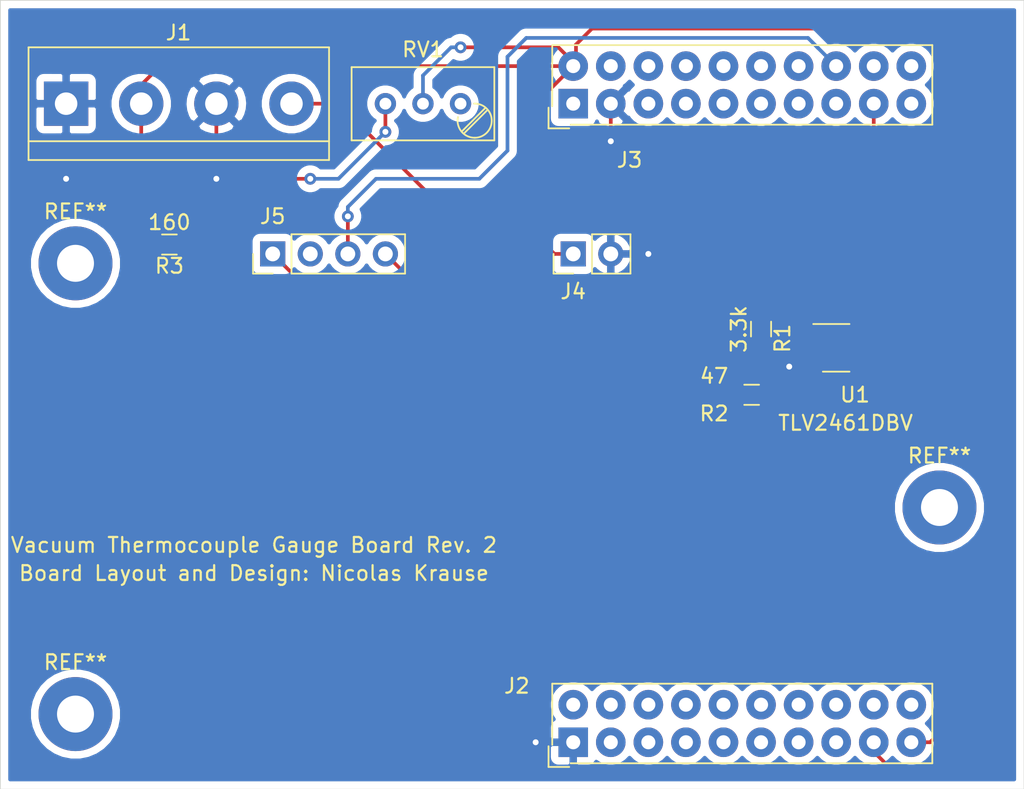
<source format=kicad_pcb>
(kicad_pcb (version 20171130) (host pcbnew "(5.1.6)-1")

  (general
    (thickness 1.6)
    (drawings 6)
    (tracks 93)
    (zones 0)
    (modules 13)
    (nets 46)
  )

  (page A4)
  (layers
    (0 F.Cu signal)
    (31 B.Cu signal)
    (32 B.Adhes user)
    (33 F.Adhes user)
    (34 B.Paste user)
    (35 F.Paste user)
    (36 B.SilkS user)
    (37 F.SilkS user)
    (38 B.Mask user)
    (39 F.Mask user)
    (40 Dwgs.User user)
    (41 Cmts.User user)
    (42 Eco1.User user)
    (43 Eco2.User user)
    (44 Edge.Cuts user)
    (45 Margin user)
    (46 B.CrtYd user)
    (47 F.CrtYd user)
    (48 B.Fab user)
    (49 F.Fab user)
  )

  (setup
    (last_trace_width 0.25)
    (trace_clearance 0.2)
    (zone_clearance 0.508)
    (zone_45_only no)
    (trace_min 0.2)
    (via_size 0.8)
    (via_drill 0.4)
    (via_min_size 0.4)
    (via_min_drill 0.3)
    (uvia_size 0.3)
    (uvia_drill 0.1)
    (uvias_allowed no)
    (uvia_min_size 0.2)
    (uvia_min_drill 0.1)
    (edge_width 0.05)
    (segment_width 0.2)
    (pcb_text_width 0.3)
    (pcb_text_size 1.5 1.5)
    (mod_edge_width 0.12)
    (mod_text_size 1 1)
    (mod_text_width 0.15)
    (pad_size 1.524 1.524)
    (pad_drill 0.762)
    (pad_to_mask_clearance 0.05)
    (aux_axis_origin 0 0)
    (visible_elements 7FFFFFFF)
    (pcbplotparams
      (layerselection 0x010f0_ffffffff)
      (usegerberextensions false)
      (usegerberattributes true)
      (usegerberadvancedattributes true)
      (creategerberjobfile true)
      (excludeedgelayer true)
      (linewidth 0.100000)
      (plotframeref false)
      (viasonmask false)
      (mode 1)
      (useauxorigin false)
      (hpglpennumber 1)
      (hpglpenspeed 20)
      (hpglpendiameter 15.000000)
      (psnegative false)
      (psa4output false)
      (plotreference true)
      (plotvalue true)
      (plotinvisibletext false)
      (padsonsilk false)
      (subtractmaskfromsilk false)
      (outputformat 1)
      (mirror false)
      (drillshape 0)
      (scaleselection 1)
      (outputdirectory "Gerbers/"))
  )

  (net 0 "")
  (net 1 "Net-(J1-Pad4)")
  (net 2 GND)
  (net 3 "Net-(J1-Pad2)")
  (net 4 "Net-(J2-Pad18)")
  (net 5 "Net-(J2-Pad16)")
  (net 6 "Net-(J2-Pad14)")
  (net 7 "Net-(J2-Pad12)")
  (net 8 "Net-(J2-Pad10)")
  (net 9 "Net-(J2-Pad8)")
  (net 10 "Net-(J2-Pad6)")
  (net 11 "Net-(J2-Pad4)")
  (net 12 "Net-(J2-Pad2)")
  (net 13 "Net-(J2-Pad17)")
  (net 14 "Net-(J2-Pad15)")
  (net 15 "Net-(J2-Pad13)")
  (net 16 "Net-(J2-Pad11)")
  (net 17 "Net-(J2-Pad9)")
  (net 18 "Net-(J2-Pad7)")
  (net 19 "Net-(J2-Pad5)")
  (net 20 "Net-(J2-Pad3)")
  (net 21 "Net-(J3-Pad5)")
  (net 22 "Net-(J3-Pad7)")
  (net 23 "Net-(J3-Pad9)")
  (net 24 "Net-(J3-Pad11)")
  (net 25 "Net-(J3-Pad13)")
  (net 26 "Net-(J3-Pad15)")
  (net 27 "Net-(J3-Pad17)")
  (net 28 "Net-(J3-Pad19)")
  (net 29 "Net-(J3-Pad4)")
  (net 30 "Net-(J3-Pad6)")
  (net 31 "Net-(J3-Pad8)")
  (net 32 "Net-(J3-Pad10)")
  (net 33 "Net-(J3-Pad12)")
  (net 34 "Net-(J3-Pad14)")
  (net 35 "Net-(J3-Pad16)")
  (net 36 "Net-(J3-Pad18)")
  (net 37 "Net-(J3-Pad20)")
  (net 38 "Net-(J5-Pad2)")
  (net 39 "Net-(R1-Pad2)")
  (net 40 "Net-(J2-Pad20)")
  (net 41 "Net-(J3-Pad1)")
  (net 42 "Net-(J2-Pad19)")
  (net 43 "Net-(J3-Pad2)")
  (net 44 "Net-(R3-Pad1)")
  (net 45 "Net-(RV1-Pad1)")

  (net_class Default "This is the default net class."
    (clearance 0.2)
    (trace_width 0.25)
    (via_dia 0.8)
    (via_drill 0.4)
    (uvia_dia 0.3)
    (uvia_drill 0.1)
    (add_net GND)
    (add_net "Net-(J1-Pad2)")
    (add_net "Net-(J1-Pad4)")
    (add_net "Net-(J2-Pad10)")
    (add_net "Net-(J2-Pad11)")
    (add_net "Net-(J2-Pad12)")
    (add_net "Net-(J2-Pad13)")
    (add_net "Net-(J2-Pad14)")
    (add_net "Net-(J2-Pad15)")
    (add_net "Net-(J2-Pad16)")
    (add_net "Net-(J2-Pad17)")
    (add_net "Net-(J2-Pad18)")
    (add_net "Net-(J2-Pad19)")
    (add_net "Net-(J2-Pad2)")
    (add_net "Net-(J2-Pad20)")
    (add_net "Net-(J2-Pad3)")
    (add_net "Net-(J2-Pad4)")
    (add_net "Net-(J2-Pad5)")
    (add_net "Net-(J2-Pad6)")
    (add_net "Net-(J2-Pad7)")
    (add_net "Net-(J2-Pad8)")
    (add_net "Net-(J2-Pad9)")
    (add_net "Net-(J3-Pad1)")
    (add_net "Net-(J3-Pad10)")
    (add_net "Net-(J3-Pad11)")
    (add_net "Net-(J3-Pad12)")
    (add_net "Net-(J3-Pad13)")
    (add_net "Net-(J3-Pad14)")
    (add_net "Net-(J3-Pad15)")
    (add_net "Net-(J3-Pad16)")
    (add_net "Net-(J3-Pad17)")
    (add_net "Net-(J3-Pad18)")
    (add_net "Net-(J3-Pad19)")
    (add_net "Net-(J3-Pad2)")
    (add_net "Net-(J3-Pad20)")
    (add_net "Net-(J3-Pad4)")
    (add_net "Net-(J3-Pad5)")
    (add_net "Net-(J3-Pad6)")
    (add_net "Net-(J3-Pad7)")
    (add_net "Net-(J3-Pad8)")
    (add_net "Net-(J3-Pad9)")
    (add_net "Net-(J5-Pad2)")
    (add_net "Net-(R1-Pad2)")
    (add_net "Net-(R3-Pad1)")
    (add_net "Net-(RV1-Pad1)")
  )

  (module Mounting_Holes:MountingHole_2.5mm_Pad (layer F.Cu) (tedit 56D1B4CB) (tstamp 5FE78AC2)
    (at 159.385 107.315)
    (descr "Mounting Hole 2.5mm")
    (tags "mounting hole 2.5mm")
    (attr virtual)
    (fp_text reference REF** (at 0 -3.5) (layer F.SilkS)
      (effects (font (size 1 1) (thickness 0.15)))
    )
    (fp_text value MountingHole_2.5mm_Pad (at 6.35 6.35) (layer F.Fab)
      (effects (font (size 1 1) (thickness 0.15)))
    )
    (fp_circle (center 0 0) (end 2.5 0) (layer Cmts.User) (width 0.15))
    (fp_circle (center 0 0) (end 2.75 0) (layer F.CrtYd) (width 0.05))
    (fp_text user %R (at 0.3 0) (layer F.Fab)
      (effects (font (size 1 1) (thickness 0.15)))
    )
    (pad 1 thru_hole circle (at 0 0) (size 5 5) (drill 2.5) (layers *.Cu *.Mask))
  )

  (module Mounting_Holes:MountingHole_2.5mm_Pad (layer F.Cu) (tedit 56D1B4CB) (tstamp 5FE78AA9)
    (at 217.805 123.825)
    (descr "Mounting Hole 2.5mm")
    (tags "mounting hole 2.5mm")
    (attr virtual)
    (fp_text reference REF** (at 0 -3.5) (layer F.SilkS)
      (effects (font (size 1 1) (thickness 0.15)))
    )
    (fp_text value MountingHole_2.5mm_Pad (at -5.715 3.81) (layer F.Fab)
      (effects (font (size 1 1) (thickness 0.15)))
    )
    (fp_circle (center 0 0) (end 2.5 0) (layer Cmts.User) (width 0.15))
    (fp_circle (center 0 0) (end 2.75 0) (layer F.CrtYd) (width 0.05))
    (fp_text user %R (at 0.3 0) (layer F.Fab)
      (effects (font (size 1 1) (thickness 0.15)))
    )
    (pad 1 thru_hole circle (at 0 0) (size 5 5) (drill 2.5) (layers *.Cu *.Mask))
  )

  (module Mounting_Holes:MountingHole_2.5mm_Pad (layer F.Cu) (tedit 56D1B4CB) (tstamp 5FE78A94)
    (at 159.385 137.795)
    (descr "Mounting Hole 2.5mm")
    (tags "mounting hole 2.5mm")
    (attr virtual)
    (fp_text reference REF** (at 0 -3.5) (layer F.SilkS)
      (effects (font (size 1 1) (thickness 0.15)))
    )
    (fp_text value MountingHole_2.5mm_Pad (at 5.715 3.175) (layer F.Fab)
      (effects (font (size 1 1) (thickness 0.15)))
    )
    (fp_circle (center 0 0) (end 2.5 0) (layer Cmts.User) (width 0.15))
    (fp_circle (center 0 0) (end 2.75 0) (layer F.CrtYd) (width 0.05))
    (fp_text user %R (at 0.3 0) (layer F.Fab)
      (effects (font (size 1 1) (thickness 0.15)))
    )
    (pad 1 thru_hole circle (at 0 0) (size 5 5) (drill 2.5) (layers *.Cu *.Mask))
  )

  (module Connectors_Terminal_Blocks:TerminalBlock_bornier-4_P5.08mm (layer F.Cu) (tedit 59FF03D1) (tstamp 5FE4EE1C)
    (at 158.75 96.52)
    (descr "simple 4-pin terminal block, pitch 5.08mm, revamped version of bornier4")
    (tags "terminal block bornier4")
    (path /5FE2778D)
    (fp_text reference J1 (at 7.6 -4.8) (layer F.SilkS)
      (effects (font (size 1 1) (thickness 0.15)))
    )
    (fp_text value Conn_01x04 (at 7.6 4.75) (layer F.Fab)
      (effects (font (size 1 1) (thickness 0.15)))
    )
    (fp_line (start -2.48 2.55) (end 17.72 2.55) (layer F.Fab) (width 0.1))
    (fp_line (start -2.43 3.75) (end -2.48 3.75) (layer F.Fab) (width 0.1))
    (fp_line (start -2.48 3.75) (end -2.48 -3.75) (layer F.Fab) (width 0.1))
    (fp_line (start -2.48 -3.75) (end 17.72 -3.75) (layer F.Fab) (width 0.1))
    (fp_line (start 17.72 -3.75) (end 17.72 3.75) (layer F.Fab) (width 0.1))
    (fp_line (start 17.72 3.75) (end -2.43 3.75) (layer F.Fab) (width 0.1))
    (fp_line (start -2.54 -3.81) (end -2.54 3.81) (layer F.SilkS) (width 0.12))
    (fp_line (start 17.78 3.81) (end 17.78 -3.81) (layer F.SilkS) (width 0.12))
    (fp_line (start 17.78 2.54) (end -2.54 2.54) (layer F.SilkS) (width 0.12))
    (fp_line (start -2.54 -3.81) (end 17.78 -3.81) (layer F.SilkS) (width 0.12))
    (fp_line (start -2.54 3.81) (end 17.78 3.81) (layer F.SilkS) (width 0.12))
    (fp_line (start -2.73 -4) (end 17.97 -4) (layer F.CrtYd) (width 0.05))
    (fp_line (start -2.73 -4) (end -2.73 4) (layer F.CrtYd) (width 0.05))
    (fp_line (start 17.97 4) (end 17.97 -4) (layer F.CrtYd) (width 0.05))
    (fp_line (start 17.97 4) (end -2.73 4) (layer F.CrtYd) (width 0.05))
    (pad 4 thru_hole circle (at 15.24 0) (size 3 3) (drill 1.52) (layers *.Cu *.Mask)
      (net 1 "Net-(J1-Pad4)"))
    (pad 1 thru_hole rect (at 0 0) (size 3 3) (drill 1.52) (layers *.Cu *.Mask)
      (net 2 GND))
    (pad 3 thru_hole circle (at 10.16 0) (size 3 3) (drill 1.52) (layers *.Cu *.Mask)
      (net 2 GND))
    (pad 2 thru_hole circle (at 5.08 0) (size 3 3) (drill 1.52) (layers *.Cu *.Mask)
      (net 3 "Net-(J1-Pad2)"))
    (model ${KISYS3DMOD}/Terminal_Blocks.3dshapes/TerminalBlock_bornier-4_P5.08mm.wrl
      (offset (xyz 7.619999885559082 0 0))
      (scale (xyz 1 1 1))
      (rotate (xyz 0 0 0))
    )
  )

  (module Connectors_Samtec:SDL-120-X-XX_2x10 (layer F.Cu) (tedit 590274CA) (tstamp 5FE4EE59)
    (at 193.04 139.7 90)
    (descr "Double row, low profile, screw machine socket strip, through hole, 100mil / 2.54mm pitch")
    (tags "samtec socket strip tht dual")
    (path /5F1A37D6)
    (fp_text reference J2 (at 3.81 -3.81) (layer F.SilkS)
      (effects (font (size 1 1) (thickness 0.15)))
    )
    (fp_text value Conn_01x20 (at 4.81 11.43) (layer F.Fab)
      (effects (font (size 1 1) (thickness 0.15)))
    )
    (fp_line (start -0.17 -1.42) (end 3.96 -1.42) (layer F.SilkS) (width 0.12))
    (fp_line (start 3.96 -1.42) (end 3.96 24.28) (layer F.SilkS) (width 0.12))
    (fp_line (start 3.96 24.28) (end -1.42 24.28) (layer F.SilkS) (width 0.12))
    (fp_line (start -1.42 24.28) (end -1.42 -0.17) (layer F.SilkS) (width 0.12))
    (fp_line (start -0.27 -1.67) (end -1.67 -1.67) (layer F.SilkS) (width 0.12))
    (fp_line (start -1.67 -1.67) (end -1.67 -0.27) (layer F.SilkS) (width 0.12))
    (fp_line (start -0.27 -1.67) (end -1.67 -1.67) (layer F.Fab) (width 0.1))
    (fp_line (start -1.67 -1.67) (end -1.67 -0.27) (layer F.Fab) (width 0.1))
    (fp_line (start -1.27 -1.27) (end -1.27 24.13) (layer F.Fab) (width 0.1))
    (fp_line (start -1.27 24.13) (end 3.81 24.13) (layer F.Fab) (width 0.1))
    (fp_line (start 3.81 24.13) (end 3.81 -1.27) (layer F.Fab) (width 0.1))
    (fp_line (start 3.81 -1.27) (end -1.27 -1.27) (layer F.Fab) (width 0.1))
    (fp_line (start -1.77 -1.77) (end -1.77 24.63) (layer F.CrtYd) (width 0.05))
    (fp_line (start -1.77 24.63) (end 4.31 24.63) (layer F.CrtYd) (width 0.05))
    (fp_line (start 4.31 24.63) (end 4.31 -1.77) (layer F.CrtYd) (width 0.05))
    (fp_line (start 4.31 -1.77) (end -1.77 -1.77) (layer F.CrtYd) (width 0.05))
    (fp_line (start -1.27 1.27) (end -1.07 1.27) (layer F.Fab) (width 0.1))
    (fp_line (start 3.81 1.27) (end 3.61 1.27) (layer F.Fab) (width 0.1))
    (fp_line (start -1.27 3.81) (end -1.07 3.81) (layer F.Fab) (width 0.1))
    (fp_line (start 3.81 3.81) (end 3.61 3.81) (layer F.Fab) (width 0.1))
    (fp_line (start -1.27 6.35) (end -1.07 6.35) (layer F.Fab) (width 0.1))
    (fp_line (start 3.81 6.35) (end 3.61 6.35) (layer F.Fab) (width 0.1))
    (fp_line (start -1.27 8.89) (end -1.07 8.89) (layer F.Fab) (width 0.1))
    (fp_line (start 3.81 8.89) (end 3.61 8.89) (layer F.Fab) (width 0.1))
    (fp_line (start -1.27 11.43) (end -1.07 11.43) (layer F.Fab) (width 0.1))
    (fp_line (start 3.81 11.43) (end 3.61 11.43) (layer F.Fab) (width 0.1))
    (fp_line (start -1.27 13.97) (end -1.07 13.97) (layer F.Fab) (width 0.1))
    (fp_line (start 3.81 13.97) (end 3.61 13.97) (layer F.Fab) (width 0.1))
    (fp_line (start -1.27 16.51) (end -1.07 16.51) (layer F.Fab) (width 0.1))
    (fp_line (start 3.81 16.51) (end 3.61 16.51) (layer F.Fab) (width 0.1))
    (fp_line (start -1.27 19.05) (end -1.07 19.05) (layer F.Fab) (width 0.1))
    (fp_line (start 3.81 19.05) (end 3.61 19.05) (layer F.Fab) (width 0.1))
    (fp_line (start -1.27 21.59) (end -1.07 21.59) (layer F.Fab) (width 0.1))
    (fp_line (start 3.81 21.59) (end 3.61 21.59) (layer F.Fab) (width 0.1))
    (fp_line (start -1.27 24.13) (end -1.07 24.13) (layer F.Fab) (width 0.1))
    (fp_line (start 3.81 24.13) (end 3.61 24.13) (layer F.Fab) (width 0.1))
    (fp_text user %R (at 1.27 11.43) (layer F.Fab)
      (effects (font (size 1 1) (thickness 0.15)))
    )
    (pad 20 thru_hole circle (at 2.54 22.86 90) (size 2 2) (drill 0.95) (layers *.Cu *.Mask)
      (net 40 "Net-(J2-Pad20)"))
    (pad 18 thru_hole circle (at 2.54 20.32 90) (size 2 2) (drill 0.95) (layers *.Cu *.Mask)
      (net 4 "Net-(J2-Pad18)"))
    (pad 16 thru_hole circle (at 2.54 17.78 90) (size 2 2) (drill 0.95) (layers *.Cu *.Mask)
      (net 5 "Net-(J2-Pad16)"))
    (pad 14 thru_hole circle (at 2.54 15.24 90) (size 2 2) (drill 0.95) (layers *.Cu *.Mask)
      (net 6 "Net-(J2-Pad14)"))
    (pad 12 thru_hole circle (at 2.54 12.7 90) (size 2 2) (drill 0.95) (layers *.Cu *.Mask)
      (net 7 "Net-(J2-Pad12)"))
    (pad 10 thru_hole circle (at 2.54 10.16 90) (size 2 2) (drill 0.95) (layers *.Cu *.Mask)
      (net 8 "Net-(J2-Pad10)"))
    (pad 8 thru_hole circle (at 2.54 7.62 90) (size 2 2) (drill 0.95) (layers *.Cu *.Mask)
      (net 9 "Net-(J2-Pad8)"))
    (pad 6 thru_hole circle (at 2.54 5.08 90) (size 2 2) (drill 0.95) (layers *.Cu *.Mask)
      (net 10 "Net-(J2-Pad6)"))
    (pad 4 thru_hole circle (at 2.54 2.54 90) (size 2 2) (drill 0.95) (layers *.Cu *.Mask)
      (net 11 "Net-(J2-Pad4)"))
    (pad 2 thru_hole circle (at 2.54 0 90) (size 2 2) (drill 0.95) (layers *.Cu *.Mask)
      (net 12 "Net-(J2-Pad2)"))
    (pad 19 thru_hole circle (at 0 22.86 90) (size 2 2) (drill 0.95) (layers *.Cu *.Mask)
      (net 42 "Net-(J2-Pad19)"))
    (pad 17 thru_hole circle (at 0 20.32 90) (size 2 2) (drill 0.95) (layers *.Cu *.Mask)
      (net 13 "Net-(J2-Pad17)"))
    (pad 15 thru_hole circle (at 0 17.78 90) (size 2 2) (drill 0.95) (layers *.Cu *.Mask)
      (net 14 "Net-(J2-Pad15)"))
    (pad 13 thru_hole circle (at 0 15.24 90) (size 2 2) (drill 0.95) (layers *.Cu *.Mask)
      (net 15 "Net-(J2-Pad13)"))
    (pad 11 thru_hole circle (at 0 12.7 90) (size 2 2) (drill 0.95) (layers *.Cu *.Mask)
      (net 16 "Net-(J2-Pad11)"))
    (pad 9 thru_hole circle (at 0 10.16 90) (size 2 2) (drill 0.95) (layers *.Cu *.Mask)
      (net 17 "Net-(J2-Pad9)"))
    (pad 7 thru_hole circle (at 0 7.62 90) (size 2 2) (drill 0.95) (layers *.Cu *.Mask)
      (net 18 "Net-(J2-Pad7)"))
    (pad 5 thru_hole circle (at 0 5.08 90) (size 2 2) (drill 0.95) (layers *.Cu *.Mask)
      (net 19 "Net-(J2-Pad5)"))
    (pad 3 thru_hole circle (at 0 2.54 90) (size 2 2) (drill 0.95) (layers *.Cu *.Mask)
      (net 20 "Net-(J2-Pad3)"))
    (pad 1 thru_hole rect (at 0 0 90) (size 2 2) (drill 0.95) (layers *.Cu *.Mask)
      (net 2 GND))
    (model ${KISYS3DMOD}/Connectors_Samtec.3dshapes/SDL-120-X-XX_2x10.wrl
      (at (xyz 0 0 0))
      (scale (xyz 1 1 1))
      (rotate (xyz 0 0 0))
    )
  )

  (module Connectors_Samtec:SDL-120-X-XX_2x10 (layer F.Cu) (tedit 590274CA) (tstamp 5FE4FECD)
    (at 193.04 96.52 90)
    (descr "Double row, low profile, screw machine socket strip, through hole, 100mil / 2.54mm pitch")
    (tags "samtec socket strip tht dual")
    (path /5F1A4DBB)
    (fp_text reference J3 (at -3.81 3.81) (layer F.SilkS)
      (effects (font (size 1 1) (thickness 0.15)))
    )
    (fp_text value Conn_01x20 (at -3.81 10.16) (layer F.Fab)
      (effects (font (size 1 1) (thickness 0.15)))
    )
    (fp_line (start 3.81 24.13) (end 3.61 24.13) (layer F.Fab) (width 0.1))
    (fp_line (start -1.27 24.13) (end -1.07 24.13) (layer F.Fab) (width 0.1))
    (fp_line (start 3.81 21.59) (end 3.61 21.59) (layer F.Fab) (width 0.1))
    (fp_line (start -1.27 21.59) (end -1.07 21.59) (layer F.Fab) (width 0.1))
    (fp_line (start 3.81 19.05) (end 3.61 19.05) (layer F.Fab) (width 0.1))
    (fp_line (start -1.27 19.05) (end -1.07 19.05) (layer F.Fab) (width 0.1))
    (fp_line (start 3.81 16.51) (end 3.61 16.51) (layer F.Fab) (width 0.1))
    (fp_line (start -1.27 16.51) (end -1.07 16.51) (layer F.Fab) (width 0.1))
    (fp_line (start 3.81 13.97) (end 3.61 13.97) (layer F.Fab) (width 0.1))
    (fp_line (start -1.27 13.97) (end -1.07 13.97) (layer F.Fab) (width 0.1))
    (fp_line (start 3.81 11.43) (end 3.61 11.43) (layer F.Fab) (width 0.1))
    (fp_line (start -1.27 11.43) (end -1.07 11.43) (layer F.Fab) (width 0.1))
    (fp_line (start 3.81 8.89) (end 3.61 8.89) (layer F.Fab) (width 0.1))
    (fp_line (start -1.27 8.89) (end -1.07 8.89) (layer F.Fab) (width 0.1))
    (fp_line (start 3.81 6.35) (end 3.61 6.35) (layer F.Fab) (width 0.1))
    (fp_line (start -1.27 6.35) (end -1.07 6.35) (layer F.Fab) (width 0.1))
    (fp_line (start 3.81 3.81) (end 3.61 3.81) (layer F.Fab) (width 0.1))
    (fp_line (start -1.27 3.81) (end -1.07 3.81) (layer F.Fab) (width 0.1))
    (fp_line (start 3.81 1.27) (end 3.61 1.27) (layer F.Fab) (width 0.1))
    (fp_line (start -1.27 1.27) (end -1.07 1.27) (layer F.Fab) (width 0.1))
    (fp_line (start 4.31 -1.77) (end -1.77 -1.77) (layer F.CrtYd) (width 0.05))
    (fp_line (start 4.31 24.63) (end 4.31 -1.77) (layer F.CrtYd) (width 0.05))
    (fp_line (start -1.77 24.63) (end 4.31 24.63) (layer F.CrtYd) (width 0.05))
    (fp_line (start -1.77 -1.77) (end -1.77 24.63) (layer F.CrtYd) (width 0.05))
    (fp_line (start 3.81 -1.27) (end -1.27 -1.27) (layer F.Fab) (width 0.1))
    (fp_line (start 3.81 24.13) (end 3.81 -1.27) (layer F.Fab) (width 0.1))
    (fp_line (start -1.27 24.13) (end 3.81 24.13) (layer F.Fab) (width 0.1))
    (fp_line (start -1.27 -1.27) (end -1.27 24.13) (layer F.Fab) (width 0.1))
    (fp_line (start -1.67 -1.67) (end -1.67 -0.27) (layer F.Fab) (width 0.1))
    (fp_line (start -0.27 -1.67) (end -1.67 -1.67) (layer F.Fab) (width 0.1))
    (fp_line (start -1.67 -1.67) (end -1.67 -0.27) (layer F.SilkS) (width 0.12))
    (fp_line (start -0.27 -1.67) (end -1.67 -1.67) (layer F.SilkS) (width 0.12))
    (fp_line (start -1.42 24.28) (end -1.42 -0.17) (layer F.SilkS) (width 0.12))
    (fp_line (start 3.96 24.28) (end -1.42 24.28) (layer F.SilkS) (width 0.12))
    (fp_line (start 3.96 -1.42) (end 3.96 24.28) (layer F.SilkS) (width 0.12))
    (fp_line (start -0.17 -1.42) (end 3.96 -1.42) (layer F.SilkS) (width 0.12))
    (fp_text user %R (at 1.27 11.43) (layer F.Fab)
      (effects (font (size 1 1) (thickness 0.15)))
    )
    (pad 1 thru_hole rect (at 0 0 90) (size 2 2) (drill 0.95) (layers *.Cu *.Mask)
      (net 41 "Net-(J3-Pad1)"))
    (pad 3 thru_hole circle (at 0 2.54 90) (size 2 2) (drill 0.95) (layers *.Cu *.Mask)
      (net 2 GND))
    (pad 5 thru_hole circle (at 0 5.08 90) (size 2 2) (drill 0.95) (layers *.Cu *.Mask)
      (net 21 "Net-(J3-Pad5)"))
    (pad 7 thru_hole circle (at 0 7.62 90) (size 2 2) (drill 0.95) (layers *.Cu *.Mask)
      (net 22 "Net-(J3-Pad7)"))
    (pad 9 thru_hole circle (at 0 10.16 90) (size 2 2) (drill 0.95) (layers *.Cu *.Mask)
      (net 23 "Net-(J3-Pad9)"))
    (pad 11 thru_hole circle (at 0 12.7 90) (size 2 2) (drill 0.95) (layers *.Cu *.Mask)
      (net 24 "Net-(J3-Pad11)"))
    (pad 13 thru_hole circle (at 0 15.24 90) (size 2 2) (drill 0.95) (layers *.Cu *.Mask)
      (net 25 "Net-(J3-Pad13)"))
    (pad 15 thru_hole circle (at 0 17.78 90) (size 2 2) (drill 0.95) (layers *.Cu *.Mask)
      (net 26 "Net-(J3-Pad15)"))
    (pad 17 thru_hole circle (at 0 20.32 90) (size 2 2) (drill 0.95) (layers *.Cu *.Mask)
      (net 27 "Net-(J3-Pad17)"))
    (pad 19 thru_hole circle (at 0 22.86 90) (size 2 2) (drill 0.95) (layers *.Cu *.Mask)
      (net 28 "Net-(J3-Pad19)"))
    (pad 2 thru_hole circle (at 2.54 0 90) (size 2 2) (drill 0.95) (layers *.Cu *.Mask)
      (net 43 "Net-(J3-Pad2)"))
    (pad 4 thru_hole circle (at 2.54 2.54 90) (size 2 2) (drill 0.95) (layers *.Cu *.Mask)
      (net 29 "Net-(J3-Pad4)"))
    (pad 6 thru_hole circle (at 2.54 5.08 90) (size 2 2) (drill 0.95) (layers *.Cu *.Mask)
      (net 30 "Net-(J3-Pad6)"))
    (pad 8 thru_hole circle (at 2.54 7.62 90) (size 2 2) (drill 0.95) (layers *.Cu *.Mask)
      (net 31 "Net-(J3-Pad8)"))
    (pad 10 thru_hole circle (at 2.54 10.16 90) (size 2 2) (drill 0.95) (layers *.Cu *.Mask)
      (net 32 "Net-(J3-Pad10)"))
    (pad 12 thru_hole circle (at 2.54 12.7 90) (size 2 2) (drill 0.95) (layers *.Cu *.Mask)
      (net 33 "Net-(J3-Pad12)"))
    (pad 14 thru_hole circle (at 2.54 15.24 90) (size 2 2) (drill 0.95) (layers *.Cu *.Mask)
      (net 34 "Net-(J3-Pad14)"))
    (pad 16 thru_hole circle (at 2.54 17.78 90) (size 2 2) (drill 0.95) (layers *.Cu *.Mask)
      (net 35 "Net-(J3-Pad16)"))
    (pad 18 thru_hole circle (at 2.54 20.32 90) (size 2 2) (drill 0.95) (layers *.Cu *.Mask)
      (net 36 "Net-(J3-Pad18)"))
    (pad 20 thru_hole circle (at 2.54 22.86 90) (size 2 2) (drill 0.95) (layers *.Cu *.Mask)
      (net 37 "Net-(J3-Pad20)"))
    (model ${KISYS3DMOD}/Connectors_Samtec.3dshapes/SDL-120-X-XX_2x10.wrl
      (at (xyz 0 0 0))
      (scale (xyz 1 1 1))
      (rotate (xyz 0 0 0))
    )
  )

  (module pinheaders:PinHeader_1x02_P2.54mm_Vertical (layer F.Cu) (tedit 59FED5CC) (tstamp 5FE5899B)
    (at 193.04 106.68 90)
    (descr "Through hole straight pin header, 1x02, 2.54mm pitch, single row")
    (tags "Through hole pin header THT 1x02 2.54mm single row")
    (path /5FE4E5ED)
    (fp_text reference J4 (at -2.54 0 180) (layer F.SilkS)
      (effects (font (size 1 1) (thickness 0.15)))
    )
    (fp_text value Conn_01x02 (at 3.175 1.905 180) (layer F.Fab)
      (effects (font (size 1 1) (thickness 0.15)))
    )
    (fp_line (start 1.8 -1.8) (end -1.8 -1.8) (layer F.CrtYd) (width 0.05))
    (fp_line (start 1.8 4.35) (end 1.8 -1.8) (layer F.CrtYd) (width 0.05))
    (fp_line (start -1.8 4.35) (end 1.8 4.35) (layer F.CrtYd) (width 0.05))
    (fp_line (start -1.8 -1.8) (end -1.8 4.35) (layer F.CrtYd) (width 0.05))
    (fp_line (start -1.33 -1.33) (end 0 -1.33) (layer F.SilkS) (width 0.12))
    (fp_line (start -1.33 0) (end -1.33 -1.33) (layer F.SilkS) (width 0.12))
    (fp_line (start -1.33 1.27) (end 1.33 1.27) (layer F.SilkS) (width 0.12))
    (fp_line (start 1.33 1.27) (end 1.33 3.87) (layer F.SilkS) (width 0.12))
    (fp_line (start -1.33 1.27) (end -1.33 3.87) (layer F.SilkS) (width 0.12))
    (fp_line (start -1.33 3.87) (end 1.33 3.87) (layer F.SilkS) (width 0.12))
    (fp_line (start -1.27 -0.635) (end -0.635 -1.27) (layer F.Fab) (width 0.1))
    (fp_line (start -1.27 3.81) (end -1.27 -0.635) (layer F.Fab) (width 0.1))
    (fp_line (start 1.27 3.81) (end -1.27 3.81) (layer F.Fab) (width 0.1))
    (fp_line (start 1.27 -1.27) (end 1.27 3.81) (layer F.Fab) (width 0.1))
    (fp_line (start -0.635 -1.27) (end 1.27 -1.27) (layer F.Fab) (width 0.1))
    (fp_text user %R (at 0 1.27) (layer F.Fab)
      (effects (font (size 1 1) (thickness 0.15)))
    )
    (pad 1 thru_hole rect (at 0 0 90) (size 1.7 1.7) (drill 1) (layers *.Cu *.Mask)
      (net 43 "Net-(J3-Pad2)"))
    (pad 2 thru_hole oval (at 0 2.54 90) (size 1.7 1.7) (drill 1) (layers *.Cu *.Mask)
      (net 2 GND))
    (model ${KISYS3DMOD}/Connector_PinHeader_2.54mm.3dshapes/PinHeader_1x02_P2.54mm_Vertical.wrl
      (at (xyz 0 0 0))
      (scale (xyz 1 1 1))
      (rotate (xyz 0 0 0))
    )
  )

  (module pinheaders:PinHeader_1x04_P2.54mm_Vertical (layer F.Cu) (tedit 59FED5CC) (tstamp 5FE58958)
    (at 172.72 106.68 90)
    (descr "Through hole straight pin header, 1x04, 2.54mm pitch, single row")
    (tags "Through hole pin header THT 1x04 2.54mm single row")
    (path /5FE4EDDA)
    (fp_text reference J5 (at 2.54 0 180) (layer F.SilkS)
      (effects (font (size 1 1) (thickness 0.15)))
    )
    (fp_text value Conn_01x04 (at -3.81 2.54 180) (layer F.Fab)
      (effects (font (size 1 1) (thickness 0.15)))
    )
    (fp_line (start 1.8 -1.8) (end -1.8 -1.8) (layer F.CrtYd) (width 0.05))
    (fp_line (start 1.8 9.4) (end 1.8 -1.8) (layer F.CrtYd) (width 0.05))
    (fp_line (start -1.8 9.4) (end 1.8 9.4) (layer F.CrtYd) (width 0.05))
    (fp_line (start -1.8 -1.8) (end -1.8 9.4) (layer F.CrtYd) (width 0.05))
    (fp_line (start -1.33 -1.33) (end 0 -1.33) (layer F.SilkS) (width 0.12))
    (fp_line (start -1.33 0) (end -1.33 -1.33) (layer F.SilkS) (width 0.12))
    (fp_line (start -1.33 1.27) (end 1.33 1.27) (layer F.SilkS) (width 0.12))
    (fp_line (start 1.33 1.27) (end 1.33 8.95) (layer F.SilkS) (width 0.12))
    (fp_line (start -1.33 1.27) (end -1.33 8.95) (layer F.SilkS) (width 0.12))
    (fp_line (start -1.33 8.95) (end 1.33 8.95) (layer F.SilkS) (width 0.12))
    (fp_line (start -1.27 -0.635) (end -0.635 -1.27) (layer F.Fab) (width 0.1))
    (fp_line (start -1.27 8.89) (end -1.27 -0.635) (layer F.Fab) (width 0.1))
    (fp_line (start 1.27 8.89) (end -1.27 8.89) (layer F.Fab) (width 0.1))
    (fp_line (start 1.27 -1.27) (end 1.27 8.89) (layer F.Fab) (width 0.1))
    (fp_line (start -0.635 -1.27) (end 1.27 -1.27) (layer F.Fab) (width 0.1))
    (fp_text user %R (at -0.141421 1.342399) (layer F.Fab)
      (effects (font (size 1 1) (thickness 0.15)))
    )
    (pad 1 thru_hole rect (at 0 0 90) (size 1.7 1.7) (drill 1) (layers *.Cu *.Mask)
      (net 42 "Net-(J2-Pad19)"))
    (pad 2 thru_hole oval (at 0 2.54 90) (size 1.7 1.7) (drill 1) (layers *.Cu *.Mask)
      (net 38 "Net-(J5-Pad2)"))
    (pad 3 thru_hole oval (at 0 5.08 90) (size 1.7 1.7) (drill 1) (layers *.Cu *.Mask)
      (net 35 "Net-(J3-Pad16)"))
    (pad 4 thru_hole oval (at 0 7.62 90) (size 1.7 1.7) (drill 1) (layers *.Cu *.Mask)
      (net 13 "Net-(J2-Pad17)"))
    (model ${KISYS3DMOD}/Connector_PinHeader_2.54mm.3dshapes/PinHeader_1x04_P2.54mm_Vertical.wrl
      (at (xyz 0 0 0))
      (scale (xyz 1 1 1))
      (rotate (xyz 0 0 0))
    )
  )

  (module Resistors_SMD:R_0603 (layer F.Cu) (tedit 58E0A804) (tstamp 5FE58B4C)
    (at 205.74 111.76 270)
    (descr "Resistor SMD 0603, reflow soldering, Vishay (see dcrcw.pdf)")
    (tags "resistor 0603")
    (path /5F1A9607)
    (attr smd)
    (fp_text reference R1 (at 0.635 -1.45 90) (layer F.SilkS)
      (effects (font (size 1 1) (thickness 0.15)))
    )
    (fp_text value 3.3k (at 0 1.5 90) (layer F.SilkS)
      (effects (font (size 1 1) (thickness 0.15)))
    )
    (fp_line (start -0.8 0.4) (end -0.8 -0.4) (layer F.Fab) (width 0.1))
    (fp_line (start 0.8 0.4) (end -0.8 0.4) (layer F.Fab) (width 0.1))
    (fp_line (start 0.8 -0.4) (end 0.8 0.4) (layer F.Fab) (width 0.1))
    (fp_line (start -0.8 -0.4) (end 0.8 -0.4) (layer F.Fab) (width 0.1))
    (fp_line (start 0.5 0.68) (end -0.5 0.68) (layer F.SilkS) (width 0.12))
    (fp_line (start -0.5 -0.68) (end 0.5 -0.68) (layer F.SilkS) (width 0.12))
    (fp_line (start -1.25 -0.7) (end 1.25 -0.7) (layer F.CrtYd) (width 0.05))
    (fp_line (start -1.25 -0.7) (end -1.25 0.7) (layer F.CrtYd) (width 0.05))
    (fp_line (start 1.25 0.7) (end 1.25 -0.7) (layer F.CrtYd) (width 0.05))
    (fp_line (start 1.25 0.7) (end -1.25 0.7) (layer F.CrtYd) (width 0.05))
    (fp_text user %R (at 0 0 90) (layer F.Fab)
      (effects (font (size 0.4 0.4) (thickness 0.075)))
    )
    (pad 2 smd rect (at 0.75 0 270) (size 0.5 0.9) (layers F.Cu F.Paste F.Mask)
      (net 39 "Net-(R1-Pad2)"))
    (pad 1 smd rect (at -0.75 0 270) (size 0.5 0.9) (layers F.Cu F.Paste F.Mask)
      (net 27 "Net-(J3-Pad17)"))
    (model ${KISYS3DMOD}/Resistors_SMD.3dshapes/R_0603.wrl
      (at (xyz 0 0 0))
      (scale (xyz 1 1 1))
      (rotate (xyz 0 0 0))
    )
  )

  (module Resistors_SMD:R_0603 (layer F.Cu) (tedit 58E0A804) (tstamp 5FE58A9F)
    (at 205.105 116.205 180)
    (descr "Resistor SMD 0603, reflow soldering, Vishay (see dcrcw.pdf)")
    (tags "resistor 0603")
    (path /5F1AA168)
    (attr smd)
    (fp_text reference R2 (at 2.54 -1.27) (layer F.SilkS)
      (effects (font (size 1 1) (thickness 0.15)))
    )
    (fp_text value 47 (at 2.54 1.27) (layer F.SilkS)
      (effects (font (size 1 1) (thickness 0.15)))
    )
    (fp_line (start 1.25 0.7) (end -1.25 0.7) (layer F.CrtYd) (width 0.05))
    (fp_line (start 1.25 0.7) (end 1.25 -0.7) (layer F.CrtYd) (width 0.05))
    (fp_line (start -1.25 -0.7) (end -1.25 0.7) (layer F.CrtYd) (width 0.05))
    (fp_line (start -1.25 -0.7) (end 1.25 -0.7) (layer F.CrtYd) (width 0.05))
    (fp_line (start -0.5 -0.68) (end 0.5 -0.68) (layer F.SilkS) (width 0.12))
    (fp_line (start 0.5 0.68) (end -0.5 0.68) (layer F.SilkS) (width 0.12))
    (fp_line (start -0.8 -0.4) (end 0.8 -0.4) (layer F.Fab) (width 0.1))
    (fp_line (start 0.8 -0.4) (end 0.8 0.4) (layer F.Fab) (width 0.1))
    (fp_line (start 0.8 0.4) (end -0.8 0.4) (layer F.Fab) (width 0.1))
    (fp_line (start -0.8 0.4) (end -0.8 -0.4) (layer F.Fab) (width 0.1))
    (fp_text user %R (at 0 0) (layer F.Fab)
      (effects (font (size 0.4 0.4) (thickness 0.075)))
    )
    (pad 1 smd rect (at -0.75 0 180) (size 0.5 0.9) (layers F.Cu F.Paste F.Mask)
      (net 39 "Net-(R1-Pad2)"))
    (pad 2 smd rect (at 0.75 0 180) (size 0.5 0.9) (layers F.Cu F.Paste F.Mask)
      (net 1 "Net-(J1-Pad4)"))
    (model ${KISYS3DMOD}/Resistors_SMD.3dshapes/R_0603.wrl
      (at (xyz 0 0 0))
      (scale (xyz 1 1 1))
      (rotate (xyz 0 0 0))
    )
  )

  (module TO_SOT_Packages_SMD:SOT-23-5 (layer F.Cu) (tedit 58CE4E7E) (tstamp 5FE4EEFB)
    (at 210.82 113.03)
    (descr "5-pin SOT23 package")
    (tags SOT-23-5)
    (path /5FE2B9B1)
    (attr smd)
    (fp_text reference U1 (at 1.27 3.175) (layer F.SilkS)
      (effects (font (size 1 1) (thickness 0.15)))
    )
    (fp_text value TLV2461DBV (at 0.635 5.08) (layer F.SilkS)
      (effects (font (size 1 1) (thickness 0.15)))
    )
    (fp_line (start -0.9 1.61) (end 0.9 1.61) (layer F.SilkS) (width 0.12))
    (fp_line (start 0.9 -1.61) (end -1.55 -1.61) (layer F.SilkS) (width 0.12))
    (fp_line (start -1.9 -1.8) (end 1.9 -1.8) (layer F.CrtYd) (width 0.05))
    (fp_line (start 1.9 -1.8) (end 1.9 1.8) (layer F.CrtYd) (width 0.05))
    (fp_line (start 1.9 1.8) (end -1.9 1.8) (layer F.CrtYd) (width 0.05))
    (fp_line (start -1.9 1.8) (end -1.9 -1.8) (layer F.CrtYd) (width 0.05))
    (fp_line (start -0.9 -0.9) (end -0.25 -1.55) (layer F.Fab) (width 0.1))
    (fp_line (start 0.9 -1.55) (end -0.25 -1.55) (layer F.Fab) (width 0.1))
    (fp_line (start -0.9 -0.9) (end -0.9 1.55) (layer F.Fab) (width 0.1))
    (fp_line (start 0.9 1.55) (end -0.9 1.55) (layer F.Fab) (width 0.1))
    (fp_line (start 0.9 -1.55) (end 0.9 1.55) (layer F.Fab) (width 0.1))
    (fp_text user %R (at 0 0 90) (layer F.Fab)
      (effects (font (size 0.5 0.5) (thickness 0.075)))
    )
    (pad 5 smd rect (at 1.1 -0.95) (size 1.06 0.65) (layers F.Cu F.Paste F.Mask)
      (net 43 "Net-(J3-Pad2)"))
    (pad 4 smd rect (at 1.1 0.95) (size 1.06 0.65) (layers F.Cu F.Paste F.Mask)
      (net 39 "Net-(R1-Pad2)"))
    (pad 3 smd rect (at -1.1 0.95) (size 1.06 0.65) (layers F.Cu F.Paste F.Mask)
      (net 2 GND))
    (pad 2 smd rect (at -1.1 0) (size 1.06 0.65) (layers F.Cu F.Paste F.Mask)
      (net 2 GND))
    (pad 1 smd rect (at -1.1 -0.95) (size 1.06 0.65) (layers F.Cu F.Paste F.Mask)
      (net 27 "Net-(J3-Pad17)"))
    (model ${KISYS3DMOD}/TO_SOT_Packages_SMD.3dshapes/SOT-23-5.wrl
      (at (xyz 0 0 0))
      (scale (xyz 1 1 1))
      (rotate (xyz 0 0 0))
    )
  )

  (module Resistors_SMD:R_0603 (layer F.Cu) (tedit 58E0A804) (tstamp 601B312A)
    (at 165.735 106.045 180)
    (descr "Resistor SMD 0603, reflow soldering, Vishay (see dcrcw.pdf)")
    (tags "resistor 0603")
    (path /601B1A3D)
    (attr smd)
    (fp_text reference R3 (at 0 -1.45) (layer F.SilkS)
      (effects (font (size 1 1) (thickness 0.15)))
    )
    (fp_text value 160 (at 0 1.5) (layer F.SilkS)
      (effects (font (size 1 1) (thickness 0.15)))
    )
    (fp_text user %R (at 0 0) (layer F.Fab)
      (effects (font (size 0.4 0.4) (thickness 0.075)))
    )
    (fp_line (start -0.8 0.4) (end -0.8 -0.4) (layer F.Fab) (width 0.1))
    (fp_line (start 0.8 0.4) (end -0.8 0.4) (layer F.Fab) (width 0.1))
    (fp_line (start 0.8 -0.4) (end 0.8 0.4) (layer F.Fab) (width 0.1))
    (fp_line (start -0.8 -0.4) (end 0.8 -0.4) (layer F.Fab) (width 0.1))
    (fp_line (start 0.5 0.68) (end -0.5 0.68) (layer F.SilkS) (width 0.12))
    (fp_line (start -0.5 -0.68) (end 0.5 -0.68) (layer F.SilkS) (width 0.12))
    (fp_line (start -1.25 -0.7) (end 1.25 -0.7) (layer F.CrtYd) (width 0.05))
    (fp_line (start -1.25 -0.7) (end -1.25 0.7) (layer F.CrtYd) (width 0.05))
    (fp_line (start 1.25 0.7) (end 1.25 -0.7) (layer F.CrtYd) (width 0.05))
    (fp_line (start 1.25 0.7) (end -1.25 0.7) (layer F.CrtYd) (width 0.05))
    (pad 2 smd rect (at 0.75 0 180) (size 0.5 0.9) (layers F.Cu F.Paste F.Mask)
      (net 3 "Net-(J1-Pad2)"))
    (pad 1 smd rect (at -0.75 0 180) (size 0.5 0.9) (layers F.Cu F.Paste F.Mask)
      (net 44 "Net-(R3-Pad1)"))
    (model ${KISYS3DMOD}/Resistors_SMD.3dshapes/R_0603.wrl
      (at (xyz 0 0 0))
      (scale (xyz 1 1 1))
      (rotate (xyz 0 0 0))
    )
  )

  (module Potentiometers:Potentiometer_Trimmer_Bourns_3296W (layer F.Cu) (tedit 58826ECB) (tstamp 601B3144)
    (at 185.42 96.52)
    (descr "Spindle Trimmer Potentiometer, Bourns 3296W, https://www.bourns.com/pdfs/3296.pdf")
    (tags "Spindle Trimmer Potentiometer   Bourns 3296W")
    (path /601B11AE)
    (fp_text reference RV1 (at -2.54 -3.66) (layer F.SilkS)
      (effects (font (size 1 1) (thickness 0.15)))
    )
    (fp_text value R_POT (at -2.54 3.67) (layer F.Fab)
      (effects (font (size 1 1) (thickness 0.15)))
    )
    (fp_arc (start 0.955 1.15) (end -0.174 0.91) (angle -103) (layer F.SilkS) (width 0.12))
    (fp_arc (start 0.955 1.15) (end 0.955 2.305) (angle -182) (layer F.SilkS) (width 0.12))
    (fp_circle (center 0.955 1.15) (end 2.05 1.15) (layer F.Fab) (width 0.1))
    (fp_line (start -7.305 -2.41) (end -7.305 2.42) (layer F.Fab) (width 0.1))
    (fp_line (start -7.305 2.42) (end 2.225 2.42) (layer F.Fab) (width 0.1))
    (fp_line (start 2.225 2.42) (end 2.225 -2.41) (layer F.Fab) (width 0.1))
    (fp_line (start 2.225 -2.41) (end -7.305 -2.41) (layer F.Fab) (width 0.1))
    (fp_line (start 1.786 0.454) (end 0.259 1.981) (layer F.Fab) (width 0.1))
    (fp_line (start 1.652 0.32) (end 0.125 1.847) (layer F.Fab) (width 0.1))
    (fp_line (start -7.365 -2.47) (end 2.285 -2.47) (layer F.SilkS) (width 0.12))
    (fp_line (start -7.365 2.481) (end 2.285 2.481) (layer F.SilkS) (width 0.12))
    (fp_line (start -7.365 -2.47) (end -7.365 2.481) (layer F.SilkS) (width 0.12))
    (fp_line (start 2.285 -2.47) (end 2.285 2.481) (layer F.SilkS) (width 0.12))
    (fp_line (start 1.831 0.416) (end 0.22 2.026) (layer F.SilkS) (width 0.12))
    (fp_line (start 1.691 0.275) (end 0.079 1.885) (layer F.SilkS) (width 0.12))
    (fp_line (start -7.6 -2.7) (end -7.6 2.7) (layer F.CrtYd) (width 0.05))
    (fp_line (start -7.6 2.7) (end 2.5 2.7) (layer F.CrtYd) (width 0.05))
    (fp_line (start 2.5 2.7) (end 2.5 -2.7) (layer F.CrtYd) (width 0.05))
    (fp_line (start 2.5 -2.7) (end -7.6 -2.7) (layer F.CrtYd) (width 0.05))
    (pad 3 thru_hole circle (at -5.08 0) (size 1.44 1.44) (drill 0.8) (layers *.Cu *.Mask)
      (net 44 "Net-(R3-Pad1)"))
    (pad 2 thru_hole circle (at -2.54 0) (size 1.44 1.44) (drill 0.8) (layers *.Cu *.Mask)
      (net 43 "Net-(J3-Pad2)"))
    (pad 1 thru_hole circle (at 0 0) (size 1.44 1.44) (drill 0.8) (layers *.Cu *.Mask)
      (net 45 "Net-(RV1-Pad1)"))
    (model Potentiometers.3dshapes/Potentiometer_Trimmer_Bourns_3296W.wrl
      (at (xyz 0 0 0))
      (scale (xyz 1 1 1))
      (rotate (xyz 0 0 -90))
    )
  )

  (gr_text "Vacuum Thermocouple Gauge Board Rev. 2" (at 171.45 126.365) (layer F.SilkS)
    (effects (font (size 1 1) (thickness 0.15)))
  )
  (gr_text "Board Layout and Design: Nicolas Krause" (at 171.45 128.27) (layer F.SilkS)
    (effects (font (size 1 1) (thickness 0.15)))
  )
  (gr_line (start 223.52 89.535) (end 154.305 89.535) (layer Edge.Cuts) (width 0.05))
  (gr_line (start 223.52 142.875) (end 223.52 89.535) (layer Edge.Cuts) (width 0.05))
  (gr_line (start 154.305 142.875) (end 223.52 142.875) (layer Edge.Cuts) (width 0.05))
  (gr_line (start 154.305 89.535) (end 154.305 142.875) (layer Edge.Cuts) (width 0.05))

  (segment (start 177.165 96.52) (end 173.99 96.52) (width 0.25) (layer F.Cu) (net 1))
  (segment (start 204.355 116.205) (end 196.85 116.205) (width 0.25) (layer F.Cu) (net 1))
  (segment (start 196.85 116.205) (end 177.165 96.52) (width 0.25) (layer F.Cu) (net 1))
  (segment (start 193.04 139.7) (end 190.5 139.7) (width 0.25) (layer F.Cu) (net 2))
  (segment (start 209.72 113.03) (end 208.915 113.03) (width 0.25) (layer F.Cu) (net 2))
  (segment (start 208.915 113.03) (end 207.645 114.3) (width 0.25) (layer F.Cu) (net 2))
  (segment (start 209.4 114.3) (end 209.72 113.98) (width 0.25) (layer F.Cu) (net 2))
  (segment (start 207.645 114.3) (end 209.4 114.3) (width 0.25) (layer F.Cu) (net 2))
  (segment (start 158.75 96.52) (end 158.75 101.6) (width 0.25) (layer F.Cu) (net 2))
  (via (at 158.75 101.6) (size 0.8) (drill 0.4) (layers F.Cu B.Cu) (net 2))
  (segment (start 168.91 96.52) (end 168.91 101.6) (width 0.25) (layer F.Cu) (net 2))
  (via (at 168.91 101.6) (size 0.8) (drill 0.4) (layers F.Cu B.Cu) (net 2))
  (segment (start 207.645 114.3) (end 207.645 114.3) (width 0.25) (layer F.Cu) (net 2) (tstamp 5FE65301))
  (via (at 207.645 114.3) (size 0.8) (drill 0.4) (layers F.Cu B.Cu) (net 2))
  (via (at 190.5 139.7) (size 0.8) (drill 0.4) (layers F.Cu B.Cu) (net 2))
  (segment (start 195.58 106.68) (end 198.12 106.68) (width 0.25) (layer F.Cu) (net 2))
  (via (at 198.12 106.68) (size 0.8) (drill 0.4) (layers F.Cu B.Cu) (net 2))
  (via (at 195.58 99.06) (size 0.8) (drill 0.4) (layers F.Cu B.Cu) (net 2))
  (segment (start 195.58 96.52) (end 195.58 99.06) (width 0.25) (layer F.Cu) (net 2))
  (segment (start 189.23 93.98) (end 193.04 93.98) (width 0.25) (layer F.Cu) (net 3))
  (segment (start 165.1 93.98) (end 189.23 93.98) (width 0.25) (layer F.Cu) (net 3))
  (segment (start 163.83 96.52) (end 163.83 95.25) (width 0.25) (layer F.Cu) (net 3))
  (segment (start 163.83 95.25) (end 165.1 93.98) (width 0.25) (layer F.Cu) (net 3))
  (segment (start 163.83 104.89) (end 164.985 106.045) (width 0.25) (layer F.Cu) (net 3))
  (segment (start 163.83 96.52) (end 163.83 104.89) (width 0.25) (layer F.Cu) (net 3))
  (segment (start 203.2 129.54) (end 180.34 106.68) (width 0.25) (layer F.Cu) (net 13))
  (segment (start 215.9 129.54) (end 203.2 129.54) (width 0.25) (layer F.Cu) (net 13))
  (segment (start 213.36 140.335) (end 214.63 141.605) (width 0.25) (layer F.Cu) (net 13))
  (segment (start 213.36 139.7) (end 213.36 140.335) (width 0.25) (layer F.Cu) (net 13))
  (segment (start 219.71 133.35) (end 215.9 129.54) (width 0.25) (layer F.Cu) (net 13))
  (segment (start 214.63 141.605) (end 218.44 141.605) (width 0.25) (layer F.Cu) (net 13))
  (segment (start 218.44 141.605) (end 219.71 140.335) (width 0.25) (layer F.Cu) (net 13))
  (segment (start 219.71 140.335) (end 219.71 133.35) (width 0.25) (layer F.Cu) (net 13))
  (segment (start 205.74 111.01) (end 207.53 111.01) (width 0.25) (layer F.Cu) (net 27))
  (segment (start 208.6 112.08) (end 209.72 112.08) (width 0.25) (layer F.Cu) (net 27))
  (segment (start 207.53 111.01) (end 208.6 112.08) (width 0.25) (layer F.Cu) (net 27))
  (segment (start 207.53 111.01) (end 207.53 107.43) (width 0.25) (layer F.Cu) (net 27))
  (segment (start 213.36 101.6) (end 213.36 96.52) (width 0.25) (layer F.Cu) (net 27))
  (segment (start 207.53 107.43) (end 213.36 101.6) (width 0.25) (layer F.Cu) (net 27))
  (via (at 177.8 104.14) (size 0.8) (drill 0.4) (layers F.Cu B.Cu) (net 35))
  (segment (start 177.8 106.68) (end 177.8 104.14) (width 0.25) (layer F.Cu) (net 35))
  (via (at 210.82 93.98) (size 0.8) (drill 0.4) (layers F.Cu B.Cu) (net 35))
  (segment (start 209.494999 92.654999) (end 209.605001 92.765001) (width 0.25) (layer B.Cu) (net 35))
  (segment (start 209.605001 92.765001) (end 210.82 93.98) (width 0.25) (layer B.Cu) (net 35))
  (segment (start 208.915 92.075) (end 209.605001 92.765001) (width 0.25) (layer B.Cu) (net 35))
  (segment (start 189.865 92.075) (end 208.915 92.075) (width 0.25) (layer B.Cu) (net 35))
  (segment (start 177.8 104.14) (end 177.8 103.505) (width 0.25) (layer B.Cu) (net 35))
  (segment (start 177.8 103.505) (end 179.705 101.6) (width 0.25) (layer B.Cu) (net 35))
  (segment (start 179.705 101.6) (end 186.69 101.6) (width 0.25) (layer B.Cu) (net 35))
  (segment (start 186.69 101.6) (end 188.595 99.695) (width 0.25) (layer B.Cu) (net 35))
  (segment (start 188.595 99.695) (end 188.595 93.345) (width 0.25) (layer B.Cu) (net 35))
  (segment (start 188.595 93.345) (end 189.865 92.075) (width 0.25) (layer B.Cu) (net 35))
  (segment (start 205.855 112.625) (end 205.74 112.51) (width 0.25) (layer F.Cu) (net 39))
  (segment (start 205.855 116.205) (end 205.855 112.625) (width 0.25) (layer F.Cu) (net 39))
  (segment (start 209.695 116.205) (end 205.855 116.205) (width 0.25) (layer F.Cu) (net 39))
  (segment (start 211.92 113.98) (end 209.695 116.205) (width 0.25) (layer F.Cu) (net 39))
  (segment (start 175.26 109.22) (end 172.72 106.68) (width 0.25) (layer F.Cu) (net 42))
  (segment (start 179.07 109.22) (end 175.26 109.22) (width 0.25) (layer F.Cu) (net 42))
  (segment (start 200.66 130.81) (end 179.07 109.22) (width 0.25) (layer F.Cu) (net 42))
  (segment (start 218.44 138.43) (end 218.44 134.62) (width 0.25) (layer F.Cu) (net 42))
  (segment (start 217.17 139.7) (end 218.44 138.43) (width 0.25) (layer F.Cu) (net 42))
  (segment (start 214.63 130.81) (end 200.66 130.81) (width 0.25) (layer F.Cu) (net 42))
  (segment (start 215.9 139.7) (end 217.17 139.7) (width 0.25) (layer F.Cu) (net 42))
  (segment (start 218.44 134.62) (end 214.63 130.81) (width 0.25) (layer F.Cu) (net 42))
  (segment (start 182.88 96.52) (end 182.88 94.615) (width 0.25) (layer B.Cu) (net 43))
  (segment (start 182.88 94.615) (end 184.785 92.71) (width 0.25) (layer B.Cu) (net 43))
  (via (at 185.42 92.71) (size 0.8) (drill 0.4) (layers F.Cu B.Cu) (net 43))
  (segment (start 184.785 92.71) (end 185.42 92.71) (width 0.25) (layer B.Cu) (net 43))
  (segment (start 192.03361 92.71) (end 192.8536 93.52999) (width 0.25) (layer F.Cu) (net 43))
  (segment (start 185.42 92.71) (end 192.03361 92.71) (width 0.25) (layer F.Cu) (net 43))
  (segment (start 193.04 106.68) (end 191.77 106.68) (width 0.25) (layer F.Cu) (net 43))
  (segment (start 191.77 106.68) (end 189.865 104.775) (width 0.25) (layer F.Cu) (net 43))
  (segment (start 193.2264 94.43001) (end 193.226401 94.430009) (width 0.25) (layer F.Cu) (net 43))
  (segment (start 192.58999 94.43001) (end 193.2264 94.43001) (width 0.25) (layer F.Cu) (net 43))
  (segment (start 189.865 104.775) (end 189.865 97.155) (width 0.25) (layer F.Cu) (net 43))
  (segment (start 189.865 97.155) (end 192.58999 94.43001) (width 0.25) (layer F.Cu) (net 43))
  (segment (start 211.92 112.08) (end 211.92 106.85) (width 0.25) (layer F.Cu) (net 43))
  (segment (start 211.92 106.85) (end 218.44 100.33) (width 0.25) (layer F.Cu) (net 43))
  (segment (start 218.44 100.33) (end 218.44 92.71) (width 0.25) (layer F.Cu) (net 43))
  (segment (start 218.44 92.71) (end 217.17 91.44) (width 0.25) (layer F.Cu) (net 43))
  (segment (start 217.17 91.44) (end 194.31 91.44) (width 0.25) (layer F.Cu) (net 43))
  (segment (start 193.2264 93.52999) (end 193.358205 93.661795) (width 0.25) (layer F.Cu) (net 43))
  (segment (start 194.31 91.44) (end 193.2264 92.5236) (width 0.25) (layer F.Cu) (net 43))
  (segment (start 193.2264 92.5236) (end 193.2264 93.52999) (width 0.25) (layer F.Cu) (net 43))
  (segment (start 166.485 106.045) (end 168.275 106.045) (width 0.25) (layer F.Cu) (net 44))
  (segment (start 168.275 106.045) (end 172.72 101.6) (width 0.25) (layer F.Cu) (net 44))
  (via (at 175.26 101.6) (size 0.8) (drill 0.4) (layers F.Cu B.Cu) (net 44))
  (segment (start 172.72 101.6) (end 175.26 101.6) (width 0.25) (layer F.Cu) (net 44))
  (segment (start 175.26 101.6) (end 177.165 101.6) (width 0.25) (layer B.Cu) (net 44))
  (via (at 180.34 98.425) (size 0.8) (drill 0.4) (layers F.Cu B.Cu) (net 44))
  (segment (start 177.165 101.6) (end 180.34 98.425) (width 0.25) (layer B.Cu) (net 44))
  (via (at 180.34 96.52) (size 0.8) (drill 0.4) (layers F.Cu B.Cu) (net 44))
  (segment (start 180.34 98.425) (end 180.34 96.52) (width 0.25) (layer F.Cu) (net 44))

  (zone (net 2) (net_name GND) (layer B.Cu) (tstamp 601B6465) (hatch edge 0.508)
    (connect_pads (clearance 0.508))
    (min_thickness 0.254)
    (fill yes (arc_segments 32) (thermal_gap 0.508) (thermal_bridge_width 0.508))
    (polygon
      (pts
        (xy 223.52 142.875) (xy 154.305 142.875) (xy 154.305 89.535) (xy 223.52 89.535)
      )
    )
    (filled_polygon
      (pts
        (xy 222.86 142.215) (xy 154.965 142.215) (xy 154.965 137.486229) (xy 156.25 137.486229) (xy 156.25 138.103771)
        (xy 156.370476 138.709446) (xy 156.606799 139.279979) (xy 156.949886 139.793446) (xy 157.386554 140.230114) (xy 157.900021 140.573201)
        (xy 158.470554 140.809524) (xy 159.076229 140.93) (xy 159.693771 140.93) (xy 160.299446 140.809524) (xy 160.563859 140.7)
        (xy 191.401928 140.7) (xy 191.414188 140.824482) (xy 191.450498 140.94418) (xy 191.509463 141.054494) (xy 191.588815 141.151185)
        (xy 191.685506 141.230537) (xy 191.79582 141.289502) (xy 191.915518 141.325812) (xy 192.04 141.338072) (xy 192.75425 141.335)
        (xy 192.913 141.17625) (xy 192.913 139.827) (xy 191.56375 139.827) (xy 191.405 139.98575) (xy 191.401928 140.7)
        (xy 160.563859 140.7) (xy 160.869979 140.573201) (xy 161.383446 140.230114) (xy 161.820114 139.793446) (xy 162.163201 139.279979)
        (xy 162.399524 138.709446) (xy 162.401402 138.7) (xy 191.401928 138.7) (xy 191.405 139.41425) (xy 191.56375 139.573)
        (xy 192.913 139.573) (xy 192.913 139.553) (xy 193.167 139.553) (xy 193.167 139.573) (xy 193.187 139.573)
        (xy 193.187 139.827) (xy 193.167 139.827) (xy 193.167 141.17625) (xy 193.32575 141.335) (xy 194.04 141.338072)
        (xy 194.164482 141.325812) (xy 194.28418 141.289502) (xy 194.394494 141.230537) (xy 194.491185 141.151185) (xy 194.570537 141.054494)
        (xy 194.595191 141.00837) (xy 194.805537 141.148918) (xy 195.103088 141.272168) (xy 195.418967 141.335) (xy 195.741033 141.335)
        (xy 196.056912 141.272168) (xy 196.354463 141.148918) (xy 196.622252 140.969987) (xy 196.849987 140.742252) (xy 196.85 140.742233)
        (xy 196.850013 140.742252) (xy 197.077748 140.969987) (xy 197.345537 141.148918) (xy 197.643088 141.272168) (xy 197.958967 141.335)
        (xy 198.281033 141.335) (xy 198.596912 141.272168) (xy 198.894463 141.148918) (xy 199.162252 140.969987) (xy 199.389987 140.742252)
        (xy 199.39 140.742233) (xy 199.390013 140.742252) (xy 199.617748 140.969987) (xy 199.885537 141.148918) (xy 200.183088 141.272168)
        (xy 200.498967 141.335) (xy 200.821033 141.335) (xy 201.136912 141.272168) (xy 201.434463 141.148918) (xy 201.702252 140.969987)
        (xy 201.929987 140.742252) (xy 201.93 140.742233) (xy 201.930013 140.742252) (xy 202.157748 140.969987) (xy 202.425537 141.148918)
        (xy 202.723088 141.272168) (xy 203.038967 141.335) (xy 203.361033 141.335) (xy 203.676912 141.272168) (xy 203.974463 141.148918)
        (xy 204.242252 140.969987) (xy 204.469987 140.742252) (xy 204.47 140.742233) (xy 204.470013 140.742252) (xy 204.697748 140.969987)
        (xy 204.965537 141.148918) (xy 205.263088 141.272168) (xy 205.578967 141.335) (xy 205.901033 141.335) (xy 206.216912 141.272168)
        (xy 206.514463 141.148918) (xy 206.782252 140.969987) (xy 207.009987 140.742252) (xy 207.01 140.742233) (xy 207.010013 140.742252)
        (xy 207.237748 140.969987) (xy 207.505537 141.148918) (xy 207.803088 141.272168) (xy 208.118967 141.335) (xy 208.441033 141.335)
        (xy 208.756912 141.272168) (xy 209.054463 141.148918) (xy 209.322252 140.969987) (xy 209.549987 140.742252) (xy 209.55 140.742233)
        (xy 209.550013 140.742252) (xy 209.777748 140.969987) (xy 210.045537 141.148918) (xy 210.343088 141.272168) (xy 210.658967 141.335)
        (xy 210.981033 141.335) (xy 211.296912 141.272168) (xy 211.594463 141.148918) (xy 211.862252 140.969987) (xy 212.089987 140.742252)
        (xy 212.09 140.742233) (xy 212.090013 140.742252) (xy 212.317748 140.969987) (xy 212.585537 141.148918) (xy 212.883088 141.272168)
        (xy 213.198967 141.335) (xy 213.521033 141.335) (xy 213.836912 141.272168) (xy 214.134463 141.148918) (xy 214.402252 140.969987)
        (xy 214.629987 140.742252) (xy 214.63 140.742233) (xy 214.630013 140.742252) (xy 214.857748 140.969987) (xy 215.125537 141.148918)
        (xy 215.423088 141.272168) (xy 215.738967 141.335) (xy 216.061033 141.335) (xy 216.376912 141.272168) (xy 216.674463 141.148918)
        (xy 216.942252 140.969987) (xy 217.169987 140.742252) (xy 217.348918 140.474463) (xy 217.472168 140.176912) (xy 217.535 139.861033)
        (xy 217.535 139.538967) (xy 217.472168 139.223088) (xy 217.348918 138.925537) (xy 217.169987 138.657748) (xy 216.942252 138.430013)
        (xy 216.942233 138.43) (xy 216.942252 138.429987) (xy 217.169987 138.202252) (xy 217.348918 137.934463) (xy 217.472168 137.636912)
        (xy 217.535 137.321033) (xy 217.535 136.998967) (xy 217.472168 136.683088) (xy 217.348918 136.385537) (xy 217.169987 136.117748)
        (xy 216.942252 135.890013) (xy 216.674463 135.711082) (xy 216.376912 135.587832) (xy 216.061033 135.525) (xy 215.738967 135.525)
        (xy 215.423088 135.587832) (xy 215.125537 135.711082) (xy 214.857748 135.890013) (xy 214.630013 136.117748) (xy 214.63 136.117767)
        (xy 214.629987 136.117748) (xy 214.402252 135.890013) (xy 214.134463 135.711082) (xy 213.836912 135.587832) (xy 213.521033 135.525)
        (xy 213.198967 135.525) (xy 212.883088 135.587832) (xy 212.585537 135.711082) (xy 212.317748 135.890013) (xy 212.090013 136.117748)
        (xy 212.09 136.117767) (xy 212.089987 136.117748) (xy 211.862252 135.890013) (xy 211.594463 135.711082) (xy 211.296912 135.587832)
        (xy 210.981033 135.525) (xy 210.658967 135.525) (xy 210.343088 135.587832) (xy 210.045537 135.711082) (xy 209.777748 135.890013)
        (xy 209.550013 136.117748) (xy 209.55 136.117767) (xy 209.549987 136.117748) (xy 209.322252 135.890013) (xy 209.054463 135.711082)
        (xy 208.756912 135.587832) (xy 208.441033 135.525) (xy 208.118967 135.525) (xy 207.803088 135.587832) (xy 207.505537 135.711082)
        (xy 207.237748 135.890013) (xy 207.010013 136.117748) (xy 207.01 136.117767) (xy 207.009987 136.117748) (xy 206.782252 135.890013)
        (xy 206.514463 135.711082) (xy 206.216912 135.587832) (xy 205.901033 135.525) (xy 205.578967 135.525) (xy 205.263088 135.587832)
        (xy 204.965537 135.711082) (xy 204.697748 135.890013) (xy 204.470013 136.117748) (xy 204.47 136.117767) (xy 204.469987 136.117748)
        (xy 204.242252 135.890013) (xy 203.974463 135.711082) (xy 203.676912 135.587832) (xy 203.361033 135.525) (xy 203.038967 135.525)
        (xy 202.723088 135.587832) (xy 202.425537 135.711082) (xy 202.157748 135.890013) (xy 201.930013 136.117748) (xy 201.93 136.117767)
        (xy 201.929987 136.117748) (xy 201.702252 135.890013) (xy 201.434463 135.711082) (xy 201.136912 135.587832) (xy 200.821033 135.525)
        (xy 200.498967 135.525) (xy 200.183088 135.587832) (xy 199.885537 135.711082) (xy 199.617748 135.890013) (xy 199.390013 136.117748)
        (xy 199.39 136.117767) (xy 199.389987 136.117748) (xy 199.162252 135.890013) (xy 198.894463 135.711082) (xy 198.596912 135.587832)
        (xy 198.281033 135.525) (xy 197.958967 135.525) (xy 197.643088 135.587832) (xy 197.345537 135.711082) (xy 197.077748 135.890013)
        (xy 196.850013 136.117748) (xy 196.85 136.117767) (xy 196.849987 136.117748) (xy 196.622252 135.890013) (xy 196.354463 135.711082)
        (xy 196.056912 135.587832) (xy 195.741033 135.525) (xy 195.418967 135.525) (xy 195.103088 135.587832) (xy 194.805537 135.711082)
        (xy 194.537748 135.890013) (xy 194.310013 136.117748) (xy 194.31 136.117767) (xy 194.309987 136.117748) (xy 194.082252 135.890013)
        (xy 193.814463 135.711082) (xy 193.516912 135.587832) (xy 193.201033 135.525) (xy 192.878967 135.525) (xy 192.563088 135.587832)
        (xy 192.265537 135.711082) (xy 191.997748 135.890013) (xy 191.770013 136.117748) (xy 191.591082 136.385537) (xy 191.467832 136.683088)
        (xy 191.405 136.998967) (xy 191.405 137.321033) (xy 191.467832 137.636912) (xy 191.591082 137.934463) (xy 191.73163 138.144809)
        (xy 191.685506 138.169463) (xy 191.588815 138.248815) (xy 191.509463 138.345506) (xy 191.450498 138.45582) (xy 191.414188 138.575518)
        (xy 191.401928 138.7) (xy 162.401402 138.7) (xy 162.52 138.103771) (xy 162.52 137.486229) (xy 162.399524 136.880554)
        (xy 162.163201 136.310021) (xy 161.820114 135.796554) (xy 161.383446 135.359886) (xy 160.869979 135.016799) (xy 160.299446 134.780476)
        (xy 159.693771 134.66) (xy 159.076229 134.66) (xy 158.470554 134.780476) (xy 157.900021 135.016799) (xy 157.386554 135.359886)
        (xy 156.949886 135.796554) (xy 156.606799 136.310021) (xy 156.370476 136.880554) (xy 156.25 137.486229) (xy 154.965 137.486229)
        (xy 154.965 123.516229) (xy 214.67 123.516229) (xy 214.67 124.133771) (xy 214.790476 124.739446) (xy 215.026799 125.309979)
        (xy 215.369886 125.823446) (xy 215.806554 126.260114) (xy 216.320021 126.603201) (xy 216.890554 126.839524) (xy 217.496229 126.96)
        (xy 218.113771 126.96) (xy 218.719446 126.839524) (xy 219.289979 126.603201) (xy 219.803446 126.260114) (xy 220.240114 125.823446)
        (xy 220.583201 125.309979) (xy 220.819524 124.739446) (xy 220.94 124.133771) (xy 220.94 123.516229) (xy 220.819524 122.910554)
        (xy 220.583201 122.340021) (xy 220.240114 121.826554) (xy 219.803446 121.389886) (xy 219.289979 121.046799) (xy 218.719446 120.810476)
        (xy 218.113771 120.69) (xy 217.496229 120.69) (xy 216.890554 120.810476) (xy 216.320021 121.046799) (xy 215.806554 121.389886)
        (xy 215.369886 121.826554) (xy 215.026799 122.340021) (xy 214.790476 122.910554) (xy 214.67 123.516229) (xy 154.965 123.516229)
        (xy 154.965 107.006229) (xy 156.25 107.006229) (xy 156.25 107.623771) (xy 156.370476 108.229446) (xy 156.606799 108.799979)
        (xy 156.949886 109.313446) (xy 157.386554 109.750114) (xy 157.900021 110.093201) (xy 158.470554 110.329524) (xy 159.076229 110.45)
        (xy 159.693771 110.45) (xy 160.299446 110.329524) (xy 160.869979 110.093201) (xy 161.383446 109.750114) (xy 161.820114 109.313446)
        (xy 162.163201 108.799979) (xy 162.399524 108.229446) (xy 162.52 107.623771) (xy 162.52 107.006229) (xy 162.399524 106.400554)
        (xy 162.163201 105.830021) (xy 162.163187 105.83) (xy 171.231928 105.83) (xy 171.231928 107.53) (xy 171.244188 107.654482)
        (xy 171.280498 107.77418) (xy 171.339463 107.884494) (xy 171.418815 107.981185) (xy 171.515506 108.060537) (xy 171.62582 108.119502)
        (xy 171.745518 108.155812) (xy 171.87 108.168072) (xy 173.57 108.168072) (xy 173.694482 108.155812) (xy 173.81418 108.119502)
        (xy 173.924494 108.060537) (xy 174.021185 107.981185) (xy 174.100537 107.884494) (xy 174.159502 107.77418) (xy 174.181513 107.70162)
        (xy 174.313368 107.833475) (xy 174.556589 107.99599) (xy 174.826842 108.107932) (xy 175.11374 108.165) (xy 175.40626 108.165)
        (xy 175.693158 108.107932) (xy 175.963411 107.99599) (xy 176.206632 107.833475) (xy 176.413475 107.626632) (xy 176.53 107.45224)
        (xy 176.646525 107.626632) (xy 176.853368 107.833475) (xy 177.096589 107.99599) (xy 177.366842 108.107932) (xy 177.65374 108.165)
        (xy 177.94626 108.165) (xy 178.233158 108.107932) (xy 178.503411 107.99599) (xy 178.746632 107.833475) (xy 178.953475 107.626632)
        (xy 179.07 107.45224) (xy 179.186525 107.626632) (xy 179.393368 107.833475) (xy 179.636589 107.99599) (xy 179.906842 108.107932)
        (xy 180.19374 108.165) (xy 180.48626 108.165) (xy 180.773158 108.107932) (xy 181.043411 107.99599) (xy 181.286632 107.833475)
        (xy 181.493475 107.626632) (xy 181.65599 107.383411) (xy 181.767932 107.113158) (xy 181.825 106.82626) (xy 181.825 106.53374)
        (xy 181.767932 106.246842) (xy 181.65599 105.976589) (xy 181.558043 105.83) (xy 191.551928 105.83) (xy 191.551928 107.53)
        (xy 191.564188 107.654482) (xy 191.600498 107.77418) (xy 191.659463 107.884494) (xy 191.738815 107.981185) (xy 191.835506 108.060537)
        (xy 191.94582 108.119502) (xy 192.065518 108.155812) (xy 192.19 108.168072) (xy 193.89 108.168072) (xy 194.014482 108.155812)
        (xy 194.13418 108.119502) (xy 194.244494 108.060537) (xy 194.341185 107.981185) (xy 194.420537 107.884494) (xy 194.479502 107.77418)
        (xy 194.503966 107.693534) (xy 194.579731 107.777588) (xy 194.81308 107.951641) (xy 195.075901 108.076825) (xy 195.22311 108.121476)
        (xy 195.453 108.000155) (xy 195.453 106.807) (xy 195.707 106.807) (xy 195.707 108.000155) (xy 195.93689 108.121476)
        (xy 196.084099 108.076825) (xy 196.34692 107.951641) (xy 196.580269 107.777588) (xy 196.775178 107.561355) (xy 196.924157 107.311252)
        (xy 197.021481 107.036891) (xy 196.900814 106.807) (xy 195.707 106.807) (xy 195.453 106.807) (xy 195.433 106.807)
        (xy 195.433 106.553) (xy 195.453 106.553) (xy 195.453 105.359845) (xy 195.707 105.359845) (xy 195.707 106.553)
        (xy 196.900814 106.553) (xy 197.021481 106.323109) (xy 196.924157 106.048748) (xy 196.775178 105.798645) (xy 196.580269 105.582412)
        (xy 196.34692 105.408359) (xy 196.084099 105.283175) (xy 195.93689 105.238524) (xy 195.707 105.359845) (xy 195.453 105.359845)
        (xy 195.22311 105.238524) (xy 195.075901 105.283175) (xy 194.81308 105.408359) (xy 194.579731 105.582412) (xy 194.503966 105.666466)
        (xy 194.479502 105.58582) (xy 194.420537 105.475506) (xy 194.341185 105.378815) (xy 194.244494 105.299463) (xy 194.13418 105.240498)
        (xy 194.014482 105.204188) (xy 193.89 105.191928) (xy 192.19 105.191928) (xy 192.065518 105.204188) (xy 191.94582 105.240498)
        (xy 191.835506 105.299463) (xy 191.738815 105.378815) (xy 191.659463 105.475506) (xy 191.600498 105.58582) (xy 191.564188 105.705518)
        (xy 191.551928 105.83) (xy 181.558043 105.83) (xy 181.493475 105.733368) (xy 181.286632 105.526525) (xy 181.043411 105.36401)
        (xy 180.773158 105.252068) (xy 180.48626 105.195) (xy 180.19374 105.195) (xy 179.906842 105.252068) (xy 179.636589 105.36401)
        (xy 179.393368 105.526525) (xy 179.186525 105.733368) (xy 179.07 105.90776) (xy 178.953475 105.733368) (xy 178.746632 105.526525)
        (xy 178.503411 105.36401) (xy 178.233158 105.252068) (xy 177.94626 105.195) (xy 177.65374 105.195) (xy 177.366842 105.252068)
        (xy 177.096589 105.36401) (xy 176.853368 105.526525) (xy 176.646525 105.733368) (xy 176.53 105.90776) (xy 176.413475 105.733368)
        (xy 176.206632 105.526525) (xy 175.963411 105.36401) (xy 175.693158 105.252068) (xy 175.40626 105.195) (xy 175.11374 105.195)
        (xy 174.826842 105.252068) (xy 174.556589 105.36401) (xy 174.313368 105.526525) (xy 174.181513 105.65838) (xy 174.159502 105.58582)
        (xy 174.100537 105.475506) (xy 174.021185 105.378815) (xy 173.924494 105.299463) (xy 173.81418 105.240498) (xy 173.694482 105.204188)
        (xy 173.57 105.191928) (xy 171.87 105.191928) (xy 171.745518 105.204188) (xy 171.62582 105.240498) (xy 171.515506 105.299463)
        (xy 171.418815 105.378815) (xy 171.339463 105.475506) (xy 171.280498 105.58582) (xy 171.244188 105.705518) (xy 171.231928 105.83)
        (xy 162.163187 105.83) (xy 161.820114 105.316554) (xy 161.383446 104.879886) (xy 160.869979 104.536799) (xy 160.299446 104.300476)
        (xy 159.693771 104.18) (xy 159.076229 104.18) (xy 158.470554 104.300476) (xy 157.900021 104.536799) (xy 157.386554 104.879886)
        (xy 156.949886 105.316554) (xy 156.606799 105.830021) (xy 156.370476 106.400554) (xy 156.25 107.006229) (xy 154.965 107.006229)
        (xy 154.965 104.038061) (xy 176.765 104.038061) (xy 176.765 104.241939) (xy 176.804774 104.441898) (xy 176.882795 104.630256)
        (xy 176.996063 104.799774) (xy 177.140226 104.943937) (xy 177.309744 105.057205) (xy 177.498102 105.135226) (xy 177.698061 105.175)
        (xy 177.901939 105.175) (xy 178.101898 105.135226) (xy 178.290256 105.057205) (xy 178.459774 104.943937) (xy 178.603937 104.799774)
        (xy 178.717205 104.630256) (xy 178.795226 104.441898) (xy 178.835 104.241939) (xy 178.835 104.038061) (xy 178.795226 103.838102)
        (xy 178.720969 103.658832) (xy 180.019802 102.36) (xy 186.652678 102.36) (xy 186.69 102.363676) (xy 186.727322 102.36)
        (xy 186.727333 102.36) (xy 186.838986 102.349003) (xy 186.982247 102.305546) (xy 187.114276 102.234974) (xy 187.230001 102.140001)
        (xy 187.253804 102.110997) (xy 189.106004 100.258798) (xy 189.135001 100.235001) (xy 189.229974 100.119276) (xy 189.300546 99.987247)
        (xy 189.344003 99.843986) (xy 189.355 99.732333) (xy 189.355 99.732323) (xy 189.358676 99.695) (xy 189.355 99.657677)
        (xy 189.355 93.659801) (xy 190.179802 92.835) (xy 191.872761 92.835) (xy 191.770013 92.937748) (xy 191.591082 93.205537)
        (xy 191.467832 93.503088) (xy 191.405 93.818967) (xy 191.405 94.141033) (xy 191.467832 94.456912) (xy 191.591082 94.754463)
        (xy 191.73163 94.964809) (xy 191.685506 94.989463) (xy 191.588815 95.068815) (xy 191.509463 95.165506) (xy 191.450498 95.27582)
        (xy 191.414188 95.395518) (xy 191.401928 95.52) (xy 191.401928 97.52) (xy 191.414188 97.644482) (xy 191.450498 97.76418)
        (xy 191.509463 97.874494) (xy 191.588815 97.971185) (xy 191.685506 98.050537) (xy 191.79582 98.109502) (xy 191.915518 98.145812)
        (xy 192.04 98.158072) (xy 194.04 98.158072) (xy 194.164482 98.145812) (xy 194.28418 98.109502) (xy 194.394494 98.050537)
        (xy 194.491185 97.971185) (xy 194.570537 97.874494) (xy 194.629502 97.76418) (xy 194.645037 97.712967) (xy 194.719956 97.919814)
        (xy 195.009571 98.060704) (xy 195.321108 98.142384) (xy 195.642595 98.161718) (xy 195.961675 98.117961) (xy 196.266088 98.012795)
        (xy 196.440044 97.919814) (xy 196.535808 97.655413) (xy 195.58 96.699605) (xy 195.565858 96.713748) (xy 195.386253 96.534143)
        (xy 195.400395 96.52) (xy 195.386253 96.505858) (xy 195.565858 96.326253) (xy 195.58 96.340395) (xy 196.535808 95.384587)
        (xy 196.5134 95.32272) (xy 196.622252 95.249987) (xy 196.849987 95.022252) (xy 196.85 95.022233) (xy 196.850013 95.022252)
        (xy 197.077748 95.249987) (xy 197.077767 95.25) (xy 197.077748 95.250013) (xy 196.850013 95.477748) (xy 196.77728 95.5866)
        (xy 196.715413 95.564192) (xy 195.759605 96.52) (xy 196.715413 97.475808) (xy 196.77728 97.4534) (xy 196.850013 97.562252)
        (xy 197.077748 97.789987) (xy 197.345537 97.968918) (xy 197.643088 98.092168) (xy 197.958967 98.155) (xy 198.281033 98.155)
        (xy 198.596912 98.092168) (xy 198.894463 97.968918) (xy 199.162252 97.789987) (xy 199.389987 97.562252) (xy 199.39 97.562233)
        (xy 199.390013 97.562252) (xy 199.617748 97.789987) (xy 199.885537 97.968918) (xy 200.183088 98.092168) (xy 200.498967 98.155)
        (xy 200.821033 98.155) (xy 201.136912 98.092168) (xy 201.434463 97.968918) (xy 201.702252 97.789987) (xy 201.929987 97.562252)
        (xy 201.93 97.562233) (xy 201.930013 97.562252) (xy 202.157748 97.789987) (xy 202.425537 97.968918) (xy 202.723088 98.092168)
        (xy 203.038967 98.155) (xy 203.361033 98.155) (xy 203.676912 98.092168) (xy 203.974463 97.968918) (xy 204.242252 97.789987)
        (xy 204.469987 97.562252) (xy 204.47 97.562233) (xy 204.470013 97.562252) (xy 204.697748 97.789987) (xy 204.965537 97.968918)
        (xy 205.263088 98.092168) (xy 205.578967 98.155) (xy 205.901033 98.155) (xy 206.216912 98.092168) (xy 206.514463 97.968918)
        (xy 206.782252 97.789987) (xy 207.009987 97.562252) (xy 207.01 97.562233) (xy 207.010013 97.562252) (xy 207.237748 97.789987)
        (xy 207.505537 97.968918) (xy 207.803088 98.092168) (xy 208.118967 98.155) (xy 208.441033 98.155) (xy 208.756912 98.092168)
        (xy 209.054463 97.968918) (xy 209.322252 97.789987) (xy 209.549987 97.562252) (xy 209.55 97.562233) (xy 209.550013 97.562252)
        (xy 209.777748 97.789987) (xy 210.045537 97.968918) (xy 210.343088 98.092168) (xy 210.658967 98.155) (xy 210.981033 98.155)
        (xy 211.296912 98.092168) (xy 211.594463 97.968918) (xy 211.862252 97.789987) (xy 212.089987 97.562252) (xy 212.09 97.562233)
        (xy 212.090013 97.562252) (xy 212.317748 97.789987) (xy 212.585537 97.968918) (xy 212.883088 98.092168) (xy 213.198967 98.155)
        (xy 213.521033 98.155) (xy 213.836912 98.092168) (xy 214.134463 97.968918) (xy 214.402252 97.789987) (xy 214.629987 97.562252)
        (xy 214.63 97.562233) (xy 214.630013 97.562252) (xy 214.857748 97.789987) (xy 215.125537 97.968918) (xy 215.423088 98.092168)
        (xy 215.738967 98.155) (xy 216.061033 98.155) (xy 216.376912 98.092168) (xy 216.674463 97.968918) (xy 216.942252 97.789987)
        (xy 217.169987 97.562252) (xy 217.348918 97.294463) (xy 217.472168 96.996912) (xy 217.535 96.681033) (xy 217.535 96.358967)
        (xy 217.472168 96.043088) (xy 217.348918 95.745537) (xy 217.169987 95.477748) (xy 216.942252 95.250013) (xy 216.942233 95.25)
        (xy 216.942252 95.249987) (xy 217.169987 95.022252) (xy 217.348918 94.754463) (xy 217.472168 94.456912) (xy 217.535 94.141033)
        (xy 217.535 93.818967) (xy 217.472168 93.503088) (xy 217.348918 93.205537) (xy 217.169987 92.937748) (xy 216.942252 92.710013)
        (xy 216.674463 92.531082) (xy 216.376912 92.407832) (xy 216.061033 92.345) (xy 215.738967 92.345) (xy 215.423088 92.407832)
        (xy 215.125537 92.531082) (xy 214.857748 92.710013) (xy 214.630013 92.937748) (xy 214.63 92.937767) (xy 214.629987 92.937748)
        (xy 214.402252 92.710013) (xy 214.134463 92.531082) (xy 213.836912 92.407832) (xy 213.521033 92.345) (xy 213.198967 92.345)
        (xy 212.883088 92.407832) (xy 212.585537 92.531082) (xy 212.317748 92.710013) (xy 212.090013 92.937748) (xy 212.09 92.937767)
        (xy 212.089987 92.937748) (xy 211.862252 92.710013) (xy 211.594463 92.531082) (xy 211.296912 92.407832) (xy 210.981033 92.345)
        (xy 210.658967 92.345) (xy 210.343088 92.407832) (xy 210.328624 92.413823) (xy 210.168804 92.254003) (xy 210.1688 92.253998)
        (xy 209.478803 91.564002) (xy 209.455001 91.534999) (xy 209.339276 91.440026) (xy 209.207247 91.369454) (xy 209.063986 91.325997)
        (xy 208.952333 91.315) (xy 208.952322 91.315) (xy 208.915 91.311324) (xy 208.877678 91.315) (xy 189.902322 91.315)
        (xy 189.864999 91.311324) (xy 189.827676 91.315) (xy 189.827667 91.315) (xy 189.716014 91.325997) (xy 189.572753 91.369454)
        (xy 189.440724 91.440026) (xy 189.324999 91.534999) (xy 189.301201 91.563997) (xy 188.083998 92.781201) (xy 188.055 92.804999)
        (xy 188.031202 92.833997) (xy 188.031201 92.833998) (xy 187.960026 92.920724) (xy 187.889454 93.052754) (xy 187.864726 93.134276)
        (xy 187.845998 93.196014) (xy 187.835001 93.307667) (xy 187.831324 93.345) (xy 187.835001 93.382332) (xy 187.835 99.380198)
        (xy 186.375199 100.84) (xy 179.742323 100.84) (xy 179.705 100.836324) (xy 179.667677 100.84) (xy 179.667667 100.84)
        (xy 179.556014 100.850997) (xy 179.412753 100.894454) (xy 179.280724 100.965026) (xy 179.164999 101.059999) (xy 179.141201 101.088997)
        (xy 177.288998 102.941201) (xy 177.26 102.964999) (xy 177.236202 102.993997) (xy 177.236201 102.993998) (xy 177.165026 103.080724)
        (xy 177.119037 103.166764) (xy 177.094454 103.212753) (xy 177.050997 103.356014) (xy 177.043428 103.432861) (xy 176.996063 103.480226)
        (xy 176.882795 103.649744) (xy 176.804774 103.838102) (xy 176.765 104.038061) (xy 154.965 104.038061) (xy 154.965 101.498061)
        (xy 174.225 101.498061) (xy 174.225 101.701939) (xy 174.264774 101.901898) (xy 174.342795 102.090256) (xy 174.456063 102.259774)
        (xy 174.600226 102.403937) (xy 174.769744 102.517205) (xy 174.958102 102.595226) (xy 175.158061 102.635) (xy 175.361939 102.635)
        (xy 175.561898 102.595226) (xy 175.750256 102.517205) (xy 175.919774 102.403937) (xy 175.963711 102.36) (xy 177.127678 102.36)
        (xy 177.165 102.363676) (xy 177.202322 102.36) (xy 177.202333 102.36) (xy 177.313986 102.349003) (xy 177.457247 102.305546)
        (xy 177.589276 102.234974) (xy 177.705001 102.140001) (xy 177.728804 102.110997) (xy 180.379802 99.46) (xy 180.441939 99.46)
        (xy 180.641898 99.420226) (xy 180.830256 99.342205) (xy 180.999774 99.228937) (xy 181.143937 99.084774) (xy 181.257205 98.915256)
        (xy 181.335226 98.726898) (xy 181.375 98.526939) (xy 181.375 98.323061) (xy 181.335226 98.123102) (xy 181.257205 97.934744)
        (xy 181.143937 97.765226) (xy 181.052367 97.673656) (xy 181.203762 97.572497) (xy 181.392497 97.383762) (xy 181.540785 97.161833)
        (xy 181.61 96.994734) (xy 181.679215 97.161833) (xy 181.827503 97.383762) (xy 182.016238 97.572497) (xy 182.238167 97.720785)
        (xy 182.484761 97.822928) (xy 182.746544 97.875) (xy 183.013456 97.875) (xy 183.275239 97.822928) (xy 183.521833 97.720785)
        (xy 183.743762 97.572497) (xy 183.932497 97.383762) (xy 184.080785 97.161833) (xy 184.15 96.994734) (xy 184.219215 97.161833)
        (xy 184.367503 97.383762) (xy 184.556238 97.572497) (xy 184.778167 97.720785) (xy 185.024761 97.822928) (xy 185.286544 97.875)
        (xy 185.553456 97.875) (xy 185.815239 97.822928) (xy 186.061833 97.720785) (xy 186.283762 97.572497) (xy 186.472497 97.383762)
        (xy 186.620785 97.161833) (xy 186.722928 96.915239) (xy 186.775 96.653456) (xy 186.775 96.386544) (xy 186.722928 96.124761)
        (xy 186.620785 95.878167) (xy 186.472497 95.656238) (xy 186.283762 95.467503) (xy 186.061833 95.319215) (xy 185.815239 95.217072)
        (xy 185.553456 95.165) (xy 185.286544 95.165) (xy 185.024761 95.217072) (xy 184.778167 95.319215) (xy 184.556238 95.467503)
        (xy 184.367503 95.656238) (xy 184.219215 95.878167) (xy 184.15 96.045266) (xy 184.080785 95.878167) (xy 183.932497 95.656238)
        (xy 183.743762 95.467503) (xy 183.64 95.398172) (xy 183.64 94.929801) (xy 184.938832 93.63097) (xy 185.118102 93.705226)
        (xy 185.318061 93.745) (xy 185.521939 93.745) (xy 185.721898 93.705226) (xy 185.910256 93.627205) (xy 186.079774 93.513937)
        (xy 186.223937 93.369774) (xy 186.337205 93.200256) (xy 186.415226 93.011898) (xy 186.455 92.811939) (xy 186.455 92.608061)
        (xy 186.415226 92.408102) (xy 186.337205 92.219744) (xy 186.223937 92.050226) (xy 186.079774 91.906063) (xy 185.910256 91.792795)
        (xy 185.721898 91.714774) (xy 185.521939 91.675) (xy 185.318061 91.675) (xy 185.118102 91.714774) (xy 184.929744 91.792795)
        (xy 184.760226 91.906063) (xy 184.712861 91.953428) (xy 184.636014 91.960997) (xy 184.492753 92.004454) (xy 184.360724 92.075026)
        (xy 184.244999 92.169999) (xy 184.221201 92.198997) (xy 182.368998 94.051201) (xy 182.34 94.074999) (xy 182.316202 94.103997)
        (xy 182.316201 94.103998) (xy 182.245026 94.190724) (xy 182.174454 94.322754) (xy 182.155573 94.385) (xy 182.130998 94.466014)
        (xy 182.120873 94.568815) (xy 182.116324 94.615) (xy 182.120001 94.652332) (xy 182.120001 95.398171) (xy 182.016238 95.467503)
        (xy 181.827503 95.656238) (xy 181.679215 95.878167) (xy 181.61 96.045266) (xy 181.540785 95.878167) (xy 181.392497 95.656238)
        (xy 181.203762 95.467503) (xy 180.981833 95.319215) (xy 180.735239 95.217072) (xy 180.473456 95.165) (xy 180.206544 95.165)
        (xy 179.944761 95.217072) (xy 179.698167 95.319215) (xy 179.476238 95.467503) (xy 179.287503 95.656238) (xy 179.139215 95.878167)
        (xy 179.037072 96.124761) (xy 178.985 96.386544) (xy 178.985 96.653456) (xy 179.037072 96.915239) (xy 179.139215 97.161833)
        (xy 179.287503 97.383762) (xy 179.476238 97.572497) (xy 179.627633 97.673656) (xy 179.536063 97.765226) (xy 179.422795 97.934744)
        (xy 179.344774 98.123102) (xy 179.305 98.323061) (xy 179.305 98.385198) (xy 176.850199 100.84) (xy 175.963711 100.84)
        (xy 175.919774 100.796063) (xy 175.750256 100.682795) (xy 175.561898 100.604774) (xy 175.361939 100.565) (xy 175.158061 100.565)
        (xy 174.958102 100.604774) (xy 174.769744 100.682795) (xy 174.600226 100.796063) (xy 174.456063 100.940226) (xy 174.342795 101.109744)
        (xy 174.264774 101.298102) (xy 174.225 101.498061) (xy 154.965 101.498061) (xy 154.965 98.02) (xy 156.611928 98.02)
        (xy 156.624188 98.144482) (xy 156.660498 98.26418) (xy 156.719463 98.374494) (xy 156.798815 98.471185) (xy 156.895506 98.550537)
        (xy 157.00582 98.609502) (xy 157.125518 98.645812) (xy 157.25 98.658072) (xy 158.46425 98.655) (xy 158.623 98.49625)
        (xy 158.623 96.647) (xy 158.877 96.647) (xy 158.877 98.49625) (xy 159.03575 98.655) (xy 160.25 98.658072)
        (xy 160.374482 98.645812) (xy 160.49418 98.609502) (xy 160.604494 98.550537) (xy 160.701185 98.471185) (xy 160.780537 98.374494)
        (xy 160.839502 98.26418) (xy 160.875812 98.144482) (xy 160.888072 98.02) (xy 160.885 96.80575) (xy 160.72625 96.647)
        (xy 158.877 96.647) (xy 158.623 96.647) (xy 156.77375 96.647) (xy 156.615 96.80575) (xy 156.611928 98.02)
        (xy 154.965 98.02) (xy 154.965 95.02) (xy 156.611928 95.02) (xy 156.615 96.23425) (xy 156.77375 96.393)
        (xy 158.623 96.393) (xy 158.623 94.54375) (xy 158.877 94.54375) (xy 158.877 96.393) (xy 160.72625 96.393)
        (xy 160.809529 96.309721) (xy 161.695 96.309721) (xy 161.695 96.730279) (xy 161.777047 97.142756) (xy 161.937988 97.531302)
        (xy 162.171637 97.880983) (xy 162.469017 98.178363) (xy 162.818698 98.412012) (xy 163.207244 98.572953) (xy 163.619721 98.655)
        (xy 164.040279 98.655) (xy 164.452756 98.572953) (xy 164.841302 98.412012) (xy 165.190983 98.178363) (xy 165.357693 98.011653)
        (xy 167.597952 98.011653) (xy 167.753962 98.327214) (xy 168.128745 98.51802) (xy 168.533551 98.632044) (xy 168.952824 98.664902)
        (xy 169.370451 98.615334) (xy 169.770383 98.485243) (xy 170.066038 98.327214) (xy 170.222048 98.011653) (xy 168.91 96.699605)
        (xy 167.597952 98.011653) (xy 165.357693 98.011653) (xy 165.488363 97.880983) (xy 165.722012 97.531302) (xy 165.882953 97.142756)
        (xy 165.965 96.730279) (xy 165.965 96.562824) (xy 166.765098 96.562824) (xy 166.814666 96.980451) (xy 166.944757 97.380383)
        (xy 167.102786 97.676038) (xy 167.418347 97.832048) (xy 168.730395 96.52) (xy 169.089605 96.52) (xy 170.401653 97.832048)
        (xy 170.717214 97.676038) (xy 170.90802 97.301255) (xy 171.022044 96.896449) (xy 171.054902 96.477176) (xy 171.035027 96.309721)
        (xy 171.855 96.309721) (xy 171.855 96.730279) (xy 171.937047 97.142756) (xy 172.097988 97.531302) (xy 172.331637 97.880983)
        (xy 172.629017 98.178363) (xy 172.978698 98.412012) (xy 173.367244 98.572953) (xy 173.779721 98.655) (xy 174.200279 98.655)
        (xy 174.612756 98.572953) (xy 175.001302 98.412012) (xy 175.350983 98.178363) (xy 175.648363 97.880983) (xy 175.882012 97.531302)
        (xy 176.042953 97.142756) (xy 176.125 96.730279) (xy 176.125 96.309721) (xy 176.042953 95.897244) (xy 175.882012 95.508698)
        (xy 175.648363 95.159017) (xy 175.350983 94.861637) (xy 175.001302 94.627988) (xy 174.612756 94.467047) (xy 174.200279 94.385)
        (xy 173.779721 94.385) (xy 173.367244 94.467047) (xy 172.978698 94.627988) (xy 172.629017 94.861637) (xy 172.331637 95.159017)
        (xy 172.097988 95.508698) (xy 171.937047 95.897244) (xy 171.855 96.309721) (xy 171.035027 96.309721) (xy 171.005334 96.059549)
        (xy 170.875243 95.659617) (xy 170.717214 95.363962) (xy 170.401653 95.207952) (xy 169.089605 96.52) (xy 168.730395 96.52)
        (xy 167.418347 95.207952) (xy 167.102786 95.363962) (xy 166.91198 95.738745) (xy 166.797956 96.143551) (xy 166.765098 96.562824)
        (xy 165.965 96.562824) (xy 165.965 96.309721) (xy 165.882953 95.897244) (xy 165.722012 95.508698) (xy 165.488363 95.159017)
        (xy 165.357693 95.028347) (xy 167.597952 95.028347) (xy 168.91 96.340395) (xy 170.222048 95.028347) (xy 170.066038 94.712786)
        (xy 169.691255 94.52198) (xy 169.286449 94.407956) (xy 168.867176 94.375098) (xy 168.449549 94.424666) (xy 168.049617 94.554757)
        (xy 167.753962 94.712786) (xy 167.597952 95.028347) (xy 165.357693 95.028347) (xy 165.190983 94.861637) (xy 164.841302 94.627988)
        (xy 164.452756 94.467047) (xy 164.040279 94.385) (xy 163.619721 94.385) (xy 163.207244 94.467047) (xy 162.818698 94.627988)
        (xy 162.469017 94.861637) (xy 162.171637 95.159017) (xy 161.937988 95.508698) (xy 161.777047 95.897244) (xy 161.695 96.309721)
        (xy 160.809529 96.309721) (xy 160.885 96.23425) (xy 160.888072 95.02) (xy 160.875812 94.895518) (xy 160.839502 94.77582)
        (xy 160.780537 94.665506) (xy 160.701185 94.568815) (xy 160.604494 94.489463) (xy 160.49418 94.430498) (xy 160.374482 94.394188)
        (xy 160.25 94.381928) (xy 159.03575 94.385) (xy 158.877 94.54375) (xy 158.623 94.54375) (xy 158.46425 94.385)
        (xy 157.25 94.381928) (xy 157.125518 94.394188) (xy 157.00582 94.430498) (xy 156.895506 94.489463) (xy 156.798815 94.568815)
        (xy 156.719463 94.665506) (xy 156.660498 94.77582) (xy 156.624188 94.895518) (xy 156.611928 95.02) (xy 154.965 95.02)
        (xy 154.965 90.195) (xy 222.860001 90.195)
      )
    )
  )
)

</source>
